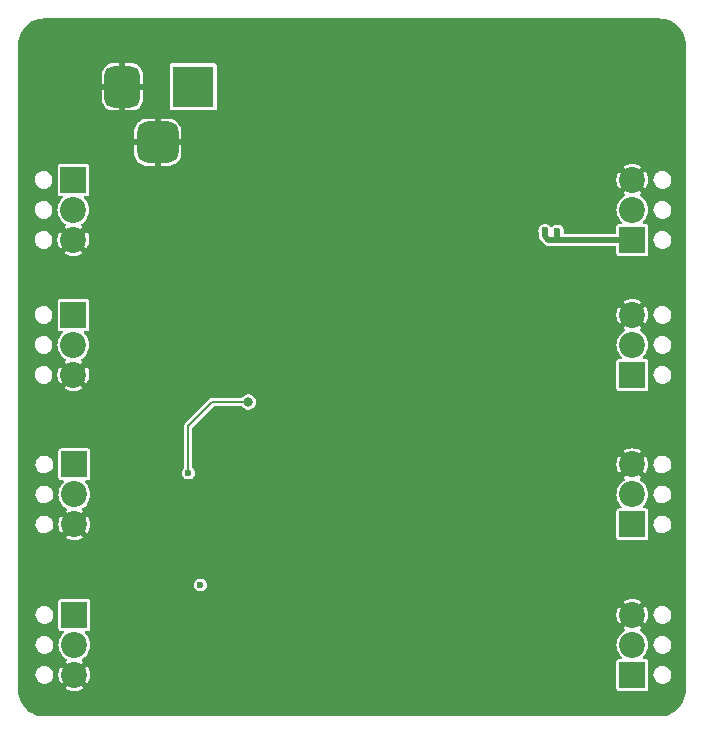
<source format=gbr>
%TF.GenerationSoftware,KiCad,Pcbnew,(7.0.0)*%
%TF.CreationDate,2023-07-11T13:45:38+03:00*%
%TF.ProjectId,Pico_Baseboard,5069636f-5f42-4617-9365-626f6172642e,rev?*%
%TF.SameCoordinates,Original*%
%TF.FileFunction,Copper,L2,Bot*%
%TF.FilePolarity,Positive*%
%FSLAX46Y46*%
G04 Gerber Fmt 4.6, Leading zero omitted, Abs format (unit mm)*
G04 Created by KiCad (PCBNEW (7.0.0)) date 2023-07-11 13:45:38*
%MOMM*%
%LPD*%
G01*
G04 APERTURE LIST*
G04 Aperture macros list*
%AMRoundRect*
0 Rectangle with rounded corners*
0 $1 Rounding radius*
0 $2 $3 $4 $5 $6 $7 $8 $9 X,Y pos of 4 corners*
0 Add a 4 corners polygon primitive as box body*
4,1,4,$2,$3,$4,$5,$6,$7,$8,$9,$2,$3,0*
0 Add four circle primitives for the rounded corners*
1,1,$1+$1,$2,$3*
1,1,$1+$1,$4,$5*
1,1,$1+$1,$6,$7*
1,1,$1+$1,$8,$9*
0 Add four rect primitives between the rounded corners*
20,1,$1+$1,$2,$3,$4,$5,0*
20,1,$1+$1,$4,$5,$6,$7,0*
20,1,$1+$1,$6,$7,$8,$9,0*
20,1,$1+$1,$8,$9,$2,$3,0*%
G04 Aperture macros list end*
%TA.AperFunction,ComponentPad*%
%ADD10R,3.500000X3.500000*%
%TD*%
%TA.AperFunction,ComponentPad*%
%ADD11RoundRect,0.750000X-0.750000X-1.000000X0.750000X-1.000000X0.750000X1.000000X-0.750000X1.000000X0*%
%TD*%
%TA.AperFunction,ComponentPad*%
%ADD12RoundRect,0.875000X-0.875000X-0.875000X0.875000X-0.875000X0.875000X0.875000X-0.875000X0.875000X0*%
%TD*%
%TA.AperFunction,ComponentPad*%
%ADD13R,2.200000X2.200000*%
%TD*%
%TA.AperFunction,ComponentPad*%
%ADD14C,2.200000*%
%TD*%
%TA.AperFunction,ViaPad*%
%ADD15C,0.600000*%
%TD*%
%TA.AperFunction,ViaPad*%
%ADD16C,0.800000*%
%TD*%
%TA.AperFunction,Conductor*%
%ADD17C,0.500000*%
%TD*%
%TA.AperFunction,Conductor*%
%ADD18C,0.200000*%
%TD*%
G04 APERTURE END LIST*
D10*
%TO.P,J101,1*%
%TO.N,Net-(D101-A)*%
X131983999Y-58165999D03*
D11*
%TO.P,J101,2*%
%TO.N,GND*%
X125984000Y-58166000D03*
D12*
%TO.P,J101,3*%
X128984000Y-62866000D03*
%TD*%
D13*
%TO.P,J107,1,Pin_1*%
%TO.N,+3V3*%
X169163999Y-95209999D03*
D14*
%TO.P,J107,2,Pin_2*%
%TO.N,/AUX_IO2*%
X169164000Y-92670000D03*
%TO.P,J107,3,Pin_3*%
%TO.N,GND*%
X169164000Y-90130000D03*
%TD*%
D13*
%TO.P,J105,1,Pin_1*%
%TO.N,VDDA*%
X121919999Y-102869999D03*
D14*
%TO.P,J105,2,Pin_2*%
%TO.N,/WATER_LEVEL4*%
X121920000Y-105410000D03*
%TO.P,J105,3,Pin_3*%
%TO.N,GND*%
X121920000Y-107950000D03*
%TD*%
D13*
%TO.P,J109,1,Pin_1*%
%TO.N,+3V3*%
X169163999Y-71119999D03*
D14*
%TO.P,J109,2,Pin_2*%
%TO.N,/AUX_IO4*%
X169164000Y-68580000D03*
%TO.P,J109,3,Pin_3*%
%TO.N,GND*%
X169164000Y-66040000D03*
%TD*%
D13*
%TO.P,J108,1,Pin_1*%
%TO.N,+3V3*%
X169163999Y-82549999D03*
D14*
%TO.P,J108,2,Pin_2*%
%TO.N,/AUX_IO3*%
X169164000Y-80010000D03*
%TO.P,J108,3,Pin_3*%
%TO.N,GND*%
X169164000Y-77470000D03*
%TD*%
D13*
%TO.P,J104,1,Pin_1*%
%TO.N,VDDA*%
X121919999Y-90129999D03*
D14*
%TO.P,J104,2,Pin_2*%
%TO.N,/WATER_LEVEL3*%
X121920000Y-92670000D03*
%TO.P,J104,3,Pin_3*%
%TO.N,GND*%
X121920000Y-95210000D03*
%TD*%
D13*
%TO.P,J102,1,Pin_1*%
%TO.N,VDDA*%
X121839999Y-66039999D03*
D14*
%TO.P,J102,2,Pin_2*%
%TO.N,/WATER_LEVEL1*%
X121840000Y-68580000D03*
%TO.P,J102,3,Pin_3*%
%TO.N,GND*%
X121840000Y-71120000D03*
%TD*%
D13*
%TO.P,J106,1,Pin_1*%
%TO.N,+3V3*%
X169163999Y-107949999D03*
D14*
%TO.P,J106,2,Pin_2*%
%TO.N,/AUX_IO1*%
X169164000Y-105410000D03*
%TO.P,J106,3,Pin_3*%
%TO.N,GND*%
X169164000Y-102870000D03*
%TD*%
D13*
%TO.P,J103,1,Pin_1*%
%TO.N,VDDA*%
X121839999Y-77469999D03*
D14*
%TO.P,J103,2,Pin_2*%
%TO.N,/WATER_LEVEL2*%
X121840000Y-80010000D03*
%TO.P,J103,3,Pin_3*%
%TO.N,GND*%
X121840000Y-82550000D03*
%TD*%
D15*
%TO.N,GND*%
X168587000Y-58767500D03*
X161798000Y-67818000D03*
X169857000Y-61307500D03*
X129540000Y-86487000D03*
X132080000Y-107795000D03*
X131064000Y-107795000D03*
X169857000Y-62357000D03*
X171254000Y-57370500D03*
X172270000Y-57370500D03*
X126746000Y-91694000D03*
X136652000Y-83566000D03*
X169984000Y-56481500D03*
X169857000Y-63373000D03*
X132842000Y-108622000D03*
X126746000Y-89408000D03*
X162814000Y-67818000D03*
X162306000Y-96012000D03*
%TO.N,+3V3*%
X162814000Y-70358000D03*
X161762000Y-70322000D03*
%TO.N,/MCU_RASPBERRYPI_MODULE_PICO/I2C_SDA*%
X131566941Y-90851483D03*
D16*
X136642000Y-84846000D03*
D15*
%TO.N,/MCU_RASPBERRYPI_MODULE_PICO/RESET*%
X132588000Y-100330000D03*
%TD*%
D17*
%TO.N,+3V3*%
X162052000Y-71120000D02*
X161762000Y-70830000D01*
X169164000Y-71120000D02*
X162052000Y-71120000D01*
X162814000Y-70358000D02*
X162814000Y-71120000D01*
X161762000Y-70830000D02*
X161762000Y-70322000D01*
D18*
%TO.N,/MCU_RASPBERRYPI_MODULE_PICO/I2C_SDA*%
X136642000Y-84846000D02*
X133594000Y-84846000D01*
X133594000Y-84846000D02*
X131566941Y-86873059D01*
X131566941Y-86873059D02*
X131566941Y-90851483D01*
%TD*%
%TA.AperFunction,Conductor*%
%TO.N,GND*%
G36*
X171453736Y-52370726D02*
G01*
X171712457Y-52386375D01*
X171727320Y-52388180D01*
X171978575Y-52434225D01*
X171993097Y-52437804D01*
X172236990Y-52513803D01*
X172250967Y-52519104D01*
X172483915Y-52623946D01*
X172497161Y-52630898D01*
X172715768Y-52763051D01*
X172728079Y-52771549D01*
X172929161Y-52929086D01*
X172940369Y-52939016D01*
X173120983Y-53119630D01*
X173130913Y-53130838D01*
X173288446Y-53331914D01*
X173296952Y-53344237D01*
X173429098Y-53562832D01*
X173436057Y-53576091D01*
X173540893Y-53809028D01*
X173546199Y-53823018D01*
X173622191Y-54066886D01*
X173625774Y-54081424D01*
X173671819Y-54332679D01*
X173673624Y-54347544D01*
X173689274Y-54606264D01*
X173689500Y-54613751D01*
X173689500Y-109216249D01*
X173689274Y-109223736D01*
X173673624Y-109482455D01*
X173671819Y-109497320D01*
X173625774Y-109748575D01*
X173622191Y-109763113D01*
X173546203Y-110006970D01*
X173540893Y-110020971D01*
X173436057Y-110253908D01*
X173429098Y-110267167D01*
X173296952Y-110485762D01*
X173288446Y-110498085D01*
X173130913Y-110699161D01*
X173120983Y-110710369D01*
X172940369Y-110890983D01*
X172929161Y-110900913D01*
X172728085Y-111058446D01*
X172715762Y-111066952D01*
X172497167Y-111199098D01*
X172483908Y-111206057D01*
X172250971Y-111310893D01*
X172236975Y-111316200D01*
X171993113Y-111392191D01*
X171978575Y-111395774D01*
X171727320Y-111441819D01*
X171712455Y-111443624D01*
X171453736Y-111459274D01*
X171446249Y-111459500D01*
X119383751Y-111459500D01*
X119376264Y-111459274D01*
X119117544Y-111443624D01*
X119102679Y-111441819D01*
X118851424Y-111395774D01*
X118836890Y-111392192D01*
X118593018Y-111316199D01*
X118579028Y-111310893D01*
X118346091Y-111206057D01*
X118332832Y-111199098D01*
X118114237Y-111066952D01*
X118101914Y-111058446D01*
X117900838Y-110900913D01*
X117889630Y-110890983D01*
X117709016Y-110710369D01*
X117699086Y-110699161D01*
X117541553Y-110498085D01*
X117533051Y-110485768D01*
X117400898Y-110267161D01*
X117393946Y-110253915D01*
X117289104Y-110020967D01*
X117283803Y-110006990D01*
X117207804Y-109763097D01*
X117204225Y-109748575D01*
X117158180Y-109497320D01*
X117156375Y-109482455D01*
X117140726Y-109223736D01*
X117140500Y-109216249D01*
X117140500Y-109064604D01*
X121162316Y-109064604D01*
X121169747Y-109072713D01*
X121237991Y-109120498D01*
X121247323Y-109125886D01*
X121451602Y-109221143D01*
X121461736Y-109224831D01*
X121679446Y-109283166D01*
X121690077Y-109285041D01*
X121914605Y-109304685D01*
X121925395Y-109304685D01*
X122149922Y-109285041D01*
X122160553Y-109283166D01*
X122378263Y-109224831D01*
X122388397Y-109221143D01*
X122592671Y-109125888D01*
X122602016Y-109120492D01*
X122670248Y-109072715D01*
X122677681Y-109064603D01*
X122671768Y-109055321D01*
X121931542Y-108315095D01*
X121919999Y-108308431D01*
X121908457Y-108315095D01*
X121168230Y-109055321D01*
X121162316Y-109064604D01*
X117140500Y-109064604D01*
X117140500Y-107993935D01*
X118625669Y-107993935D01*
X118656135Y-108166711D01*
X118725623Y-108327804D01*
X118830390Y-108468530D01*
X118964786Y-108581302D01*
X119121567Y-108660040D01*
X119292279Y-108700500D01*
X119420111Y-108700500D01*
X119423709Y-108700500D01*
X119554255Y-108685241D01*
X119719117Y-108625237D01*
X119865696Y-108528830D01*
X119986092Y-108401218D01*
X120073812Y-108249281D01*
X120124130Y-108081210D01*
X120131458Y-107955395D01*
X120565315Y-107955395D01*
X120584958Y-108179922D01*
X120586833Y-108190553D01*
X120645168Y-108408263D01*
X120648856Y-108418397D01*
X120744110Y-108622668D01*
X120749508Y-108632018D01*
X120797284Y-108700249D01*
X120805395Y-108707682D01*
X120814674Y-108701771D01*
X121554904Y-107961542D01*
X121561568Y-107950000D01*
X122278431Y-107950000D01*
X122285095Y-107961542D01*
X123025321Y-108701768D01*
X123034603Y-108707681D01*
X123042715Y-108700248D01*
X123090492Y-108632016D01*
X123095888Y-108622671D01*
X123191143Y-108418397D01*
X123194831Y-108408263D01*
X123253166Y-108190553D01*
X123255041Y-108179922D01*
X123274685Y-107955395D01*
X123274685Y-107944605D01*
X123255041Y-107720077D01*
X123253166Y-107709446D01*
X123194831Y-107491736D01*
X123191143Y-107481602D01*
X123095889Y-107277332D01*
X123090491Y-107267982D01*
X123042714Y-107199749D01*
X123034603Y-107192316D01*
X123025324Y-107198227D01*
X122285095Y-107938457D01*
X122278431Y-107950000D01*
X121561568Y-107950000D01*
X121554904Y-107938457D01*
X120814674Y-107198227D01*
X120805396Y-107192316D01*
X120797283Y-107199750D01*
X120749505Y-107267986D01*
X120744111Y-107277330D01*
X120648856Y-107481602D01*
X120645168Y-107491736D01*
X120586833Y-107709446D01*
X120584958Y-107720077D01*
X120565315Y-107944605D01*
X120565315Y-107955395D01*
X120131458Y-107955395D01*
X120134331Y-107906065D01*
X120103865Y-107733289D01*
X120034377Y-107572196D01*
X119929610Y-107431470D01*
X119857747Y-107371170D01*
X119800745Y-107323339D01*
X119800744Y-107323338D01*
X119795214Y-107318698D01*
X119715641Y-107278735D01*
X119644883Y-107243199D01*
X119644880Y-107243198D01*
X119638433Y-107239960D01*
X119631407Y-107238294D01*
X119631405Y-107238294D01*
X119474749Y-107201165D01*
X119474743Y-107201164D01*
X119467721Y-107199500D01*
X119336291Y-107199500D01*
X119332725Y-107199916D01*
X119332721Y-107199917D01*
X119212915Y-107213920D01*
X119212907Y-107213921D01*
X119205745Y-107214759D01*
X119198967Y-107217225D01*
X119198958Y-107217228D01*
X119047674Y-107272291D01*
X119047671Y-107272292D01*
X119040883Y-107274763D01*
X119034850Y-107278730D01*
X119034842Y-107278735D01*
X118900340Y-107367199D01*
X118900334Y-107367203D01*
X118894304Y-107371170D01*
X118889351Y-107376419D01*
X118889346Y-107376424D01*
X118778865Y-107493527D01*
X118778861Y-107493531D01*
X118773908Y-107498782D01*
X118770299Y-107505032D01*
X118770296Y-107505037D01*
X118689799Y-107644463D01*
X118689796Y-107644468D01*
X118686188Y-107650719D01*
X118684117Y-107657634D01*
X118684117Y-107657636D01*
X118637941Y-107811869D01*
X118637939Y-107811877D01*
X118635870Y-107818790D01*
X118635450Y-107825996D01*
X118635449Y-107826004D01*
X118626088Y-107986725D01*
X118626088Y-107986733D01*
X118625669Y-107993935D01*
X117140500Y-107993935D01*
X117140500Y-105453935D01*
X118625669Y-105453935D01*
X118656135Y-105626711D01*
X118725623Y-105787804D01*
X118729936Y-105793597D01*
X118729937Y-105793599D01*
X118826078Y-105922738D01*
X118830390Y-105928530D01*
X118964786Y-106041302D01*
X119121567Y-106120040D01*
X119292279Y-106160500D01*
X119420111Y-106160500D01*
X119423709Y-106160500D01*
X119554255Y-106145241D01*
X119719117Y-106085237D01*
X119865696Y-105988830D01*
X119986092Y-105861218D01*
X120073812Y-105709281D01*
X120124130Y-105541210D01*
X120131772Y-105410000D01*
X120564341Y-105410000D01*
X120564813Y-105415395D01*
X120583881Y-105633346D01*
X120584937Y-105645408D01*
X120586336Y-105650630D01*
X120586337Y-105650634D01*
X120644694Y-105868430D01*
X120644697Y-105868438D01*
X120646097Y-105873663D01*
X120648385Y-105878570D01*
X120648386Y-105878572D01*
X120743678Y-106082927D01*
X120743681Y-106082933D01*
X120745965Y-106087830D01*
X120749064Y-106092257D01*
X120749066Y-106092259D01*
X120878399Y-106276966D01*
X120878402Y-106276970D01*
X120881505Y-106281401D01*
X121048599Y-106448495D01*
X121053032Y-106451599D01*
X121053038Y-106451604D01*
X121234593Y-106578730D01*
X121273459Y-106623048D01*
X121287470Y-106680305D01*
X121273459Y-106737562D01*
X121234594Y-106781880D01*
X121169750Y-106827284D01*
X121162316Y-106835396D01*
X121168227Y-106844674D01*
X121908457Y-107584904D01*
X121920000Y-107591568D01*
X121931542Y-107584904D01*
X122671771Y-106844674D01*
X122677682Y-106835395D01*
X122670251Y-106827286D01*
X122605405Y-106781880D01*
X122566539Y-106737562D01*
X122552529Y-106680305D01*
X122566540Y-106623048D01*
X122605406Y-106578730D01*
X122786961Y-106451604D01*
X122786961Y-106451603D01*
X122791401Y-106448495D01*
X122958495Y-106281401D01*
X123094035Y-106087830D01*
X123193903Y-105873663D01*
X123255063Y-105645408D01*
X123275659Y-105410000D01*
X167808341Y-105410000D01*
X167808813Y-105415395D01*
X167827881Y-105633346D01*
X167828937Y-105645408D01*
X167830336Y-105650630D01*
X167830337Y-105650634D01*
X167888694Y-105868430D01*
X167888697Y-105868438D01*
X167890097Y-105873663D01*
X167892385Y-105878570D01*
X167892386Y-105878572D01*
X167987678Y-106082927D01*
X167987681Y-106082933D01*
X167989965Y-106087830D01*
X167993064Y-106092257D01*
X167993066Y-106092259D01*
X168122399Y-106276966D01*
X168122402Y-106276970D01*
X168125505Y-106281401D01*
X168129336Y-106285232D01*
X168231923Y-106387819D01*
X168262173Y-106437182D01*
X168266715Y-106494898D01*
X168244560Y-106548385D01*
X168200537Y-106585985D01*
X168144242Y-106599500D01*
X168039326Y-106599500D01*
X168033351Y-106600688D01*
X168033346Y-106600689D01*
X167978240Y-106611650D01*
X167978235Y-106611651D01*
X167966260Y-106614034D01*
X167956105Y-106620819D01*
X167956103Y-106620820D01*
X167893551Y-106662615D01*
X167893548Y-106662617D01*
X167883399Y-106669399D01*
X167876617Y-106679548D01*
X167876615Y-106679551D01*
X167834820Y-106742103D01*
X167834819Y-106742105D01*
X167828034Y-106752260D01*
X167825651Y-106764235D01*
X167825650Y-106764240D01*
X167814689Y-106819346D01*
X167814688Y-106819351D01*
X167813500Y-106825326D01*
X167813500Y-109074674D01*
X167814688Y-109080649D01*
X167814689Y-109080653D01*
X167825650Y-109135759D01*
X167825651Y-109135762D01*
X167828034Y-109147740D01*
X167883399Y-109230601D01*
X167966260Y-109285966D01*
X168039326Y-109300500D01*
X170282579Y-109300500D01*
X170288674Y-109300500D01*
X170361740Y-109285966D01*
X170444601Y-109230601D01*
X170499966Y-109147740D01*
X170514500Y-109074674D01*
X170514500Y-107993935D01*
X170949669Y-107993935D01*
X170980135Y-108166711D01*
X171049623Y-108327804D01*
X171154390Y-108468530D01*
X171288786Y-108581302D01*
X171445567Y-108660040D01*
X171616279Y-108700500D01*
X171744111Y-108700500D01*
X171747709Y-108700500D01*
X171878255Y-108685241D01*
X172043117Y-108625237D01*
X172189696Y-108528830D01*
X172310092Y-108401218D01*
X172397812Y-108249281D01*
X172448130Y-108081210D01*
X172458331Y-107906065D01*
X172427865Y-107733289D01*
X172358377Y-107572196D01*
X172253610Y-107431470D01*
X172181747Y-107371170D01*
X172124745Y-107323339D01*
X172124744Y-107323338D01*
X172119214Y-107318698D01*
X172039641Y-107278735D01*
X171968883Y-107243199D01*
X171968880Y-107243198D01*
X171962433Y-107239960D01*
X171955407Y-107238294D01*
X171955405Y-107238294D01*
X171798749Y-107201165D01*
X171798743Y-107201164D01*
X171791721Y-107199500D01*
X171660291Y-107199500D01*
X171656725Y-107199916D01*
X171656721Y-107199917D01*
X171536915Y-107213920D01*
X171536907Y-107213921D01*
X171529745Y-107214759D01*
X171522967Y-107217225D01*
X171522958Y-107217228D01*
X171371674Y-107272291D01*
X171371671Y-107272292D01*
X171364883Y-107274763D01*
X171358850Y-107278730D01*
X171358842Y-107278735D01*
X171224340Y-107367199D01*
X171224334Y-107367203D01*
X171218304Y-107371170D01*
X171213351Y-107376419D01*
X171213346Y-107376424D01*
X171102865Y-107493527D01*
X171102861Y-107493531D01*
X171097908Y-107498782D01*
X171094299Y-107505032D01*
X171094296Y-107505037D01*
X171013799Y-107644463D01*
X171013796Y-107644468D01*
X171010188Y-107650719D01*
X171008117Y-107657634D01*
X171008117Y-107657636D01*
X170961941Y-107811869D01*
X170961939Y-107811877D01*
X170959870Y-107818790D01*
X170959450Y-107825996D01*
X170959449Y-107826004D01*
X170950088Y-107986725D01*
X170950088Y-107986733D01*
X170949669Y-107993935D01*
X170514500Y-107993935D01*
X170514500Y-106825326D01*
X170499966Y-106752260D01*
X170444601Y-106669399D01*
X170361740Y-106614034D01*
X170349762Y-106611651D01*
X170349759Y-106611650D01*
X170294653Y-106600689D01*
X170294649Y-106600688D01*
X170288674Y-106599500D01*
X170282579Y-106599500D01*
X170183758Y-106599500D01*
X170127463Y-106585985D01*
X170083440Y-106548385D01*
X170061285Y-106494898D01*
X170065827Y-106437182D01*
X170096077Y-106387819D01*
X170096076Y-106387819D01*
X170202495Y-106281401D01*
X170338035Y-106087830D01*
X170437903Y-105873663D01*
X170499063Y-105645408D01*
X170515815Y-105453935D01*
X170949669Y-105453935D01*
X170980135Y-105626711D01*
X171049623Y-105787804D01*
X171053936Y-105793597D01*
X171053937Y-105793599D01*
X171150078Y-105922738D01*
X171154390Y-105928530D01*
X171288786Y-106041302D01*
X171445567Y-106120040D01*
X171616279Y-106160500D01*
X171744111Y-106160500D01*
X171747709Y-106160500D01*
X171878255Y-106145241D01*
X172043117Y-106085237D01*
X172189696Y-105988830D01*
X172310092Y-105861218D01*
X172397812Y-105709281D01*
X172448130Y-105541210D01*
X172458331Y-105366065D01*
X172427865Y-105193289D01*
X172358377Y-105032196D01*
X172253610Y-104891470D01*
X172181747Y-104831170D01*
X172124745Y-104783339D01*
X172124744Y-104783338D01*
X172119214Y-104778698D01*
X172039641Y-104738735D01*
X171968883Y-104703199D01*
X171968880Y-104703198D01*
X171962433Y-104699960D01*
X171955407Y-104698294D01*
X171955405Y-104698294D01*
X171798749Y-104661165D01*
X171798743Y-104661164D01*
X171791721Y-104659500D01*
X171660291Y-104659500D01*
X171656725Y-104659916D01*
X171656721Y-104659917D01*
X171536915Y-104673920D01*
X171536907Y-104673921D01*
X171529745Y-104674759D01*
X171522967Y-104677225D01*
X171522958Y-104677228D01*
X171371674Y-104732291D01*
X171371671Y-104732292D01*
X171364883Y-104734763D01*
X171358850Y-104738730D01*
X171358842Y-104738735D01*
X171224340Y-104827199D01*
X171224334Y-104827203D01*
X171218304Y-104831170D01*
X171213351Y-104836419D01*
X171213346Y-104836424D01*
X171102865Y-104953527D01*
X171102861Y-104953531D01*
X171097908Y-104958782D01*
X171094299Y-104965032D01*
X171094296Y-104965037D01*
X171013799Y-105104463D01*
X171013796Y-105104468D01*
X171010188Y-105110719D01*
X171008117Y-105117634D01*
X171008117Y-105117636D01*
X170961941Y-105271869D01*
X170961939Y-105271877D01*
X170959870Y-105278790D01*
X170959450Y-105285996D01*
X170959449Y-105286004D01*
X170950088Y-105446725D01*
X170950088Y-105446733D01*
X170949669Y-105453935D01*
X170515815Y-105453935D01*
X170519659Y-105410000D01*
X170499063Y-105174592D01*
X170437903Y-104946337D01*
X170338035Y-104732171D01*
X170202495Y-104538599D01*
X170035401Y-104371505D01*
X170030970Y-104368402D01*
X170030966Y-104368399D01*
X169849405Y-104241269D01*
X169810540Y-104196951D01*
X169796529Y-104139694D01*
X169810539Y-104082438D01*
X169849405Y-104038120D01*
X169914248Y-103992715D01*
X169921681Y-103984603D01*
X169915768Y-103975321D01*
X169175542Y-103235095D01*
X169164000Y-103228431D01*
X169152457Y-103235095D01*
X168412230Y-103975321D01*
X168406316Y-103984604D01*
X168413749Y-103992715D01*
X168478594Y-104038120D01*
X168517460Y-104082438D01*
X168531471Y-104139695D01*
X168517460Y-104196952D01*
X168478594Y-104241270D01*
X168297034Y-104368399D01*
X168297029Y-104368402D01*
X168292599Y-104371505D01*
X168288775Y-104375328D01*
X168288769Y-104375334D01*
X168129334Y-104534769D01*
X168129328Y-104534775D01*
X168125505Y-104538599D01*
X168122402Y-104543029D01*
X168122399Y-104543034D01*
X167993073Y-104727731D01*
X167993068Y-104727738D01*
X167989965Y-104732171D01*
X167987677Y-104737077D01*
X167987675Y-104737081D01*
X167892386Y-104941427D01*
X167892383Y-104941432D01*
X167890097Y-104946337D01*
X167888698Y-104951557D01*
X167888694Y-104951569D01*
X167830337Y-105169365D01*
X167830335Y-105169371D01*
X167828937Y-105174592D01*
X167828465Y-105179977D01*
X167828465Y-105179982D01*
X167819189Y-105286004D01*
X167808341Y-105410000D01*
X123275659Y-105410000D01*
X123255063Y-105174592D01*
X123193903Y-104946337D01*
X123094035Y-104732171D01*
X122958495Y-104538599D01*
X122852077Y-104432181D01*
X122821827Y-104382818D01*
X122817285Y-104325102D01*
X122839440Y-104271615D01*
X122883463Y-104234015D01*
X122939758Y-104220500D01*
X123038579Y-104220500D01*
X123044674Y-104220500D01*
X123117740Y-104205966D01*
X123200601Y-104150601D01*
X123255966Y-104067740D01*
X123270500Y-103994674D01*
X123270500Y-102875395D01*
X167809315Y-102875395D01*
X167828958Y-103099922D01*
X167830833Y-103110553D01*
X167889168Y-103328263D01*
X167892856Y-103338397D01*
X167988110Y-103542668D01*
X167993508Y-103552018D01*
X168041284Y-103620249D01*
X168049395Y-103627682D01*
X168058674Y-103621771D01*
X168798904Y-102881542D01*
X168805568Y-102870000D01*
X169522431Y-102870000D01*
X169529095Y-102881542D01*
X170269321Y-103621768D01*
X170278603Y-103627681D01*
X170286715Y-103620248D01*
X170334492Y-103552016D01*
X170339888Y-103542671D01*
X170435143Y-103338397D01*
X170438831Y-103328263D01*
X170497166Y-103110553D01*
X170499041Y-103099922D01*
X170515313Y-102913935D01*
X170949669Y-102913935D01*
X170980135Y-103086711D01*
X171049623Y-103247804D01*
X171154390Y-103388530D01*
X171288786Y-103501302D01*
X171445567Y-103580040D01*
X171616279Y-103620500D01*
X171744111Y-103620500D01*
X171747709Y-103620500D01*
X171878255Y-103605241D01*
X172043117Y-103545237D01*
X172189696Y-103448830D01*
X172310092Y-103321218D01*
X172397812Y-103169281D01*
X172448130Y-103001210D01*
X172458331Y-102826065D01*
X172427865Y-102653289D01*
X172358377Y-102492196D01*
X172253610Y-102351470D01*
X172181747Y-102291170D01*
X172124745Y-102243339D01*
X172124744Y-102243338D01*
X172119214Y-102238698D01*
X172039641Y-102198735D01*
X171968883Y-102163199D01*
X171968880Y-102163198D01*
X171962433Y-102159960D01*
X171955407Y-102158294D01*
X171955405Y-102158294D01*
X171798749Y-102121165D01*
X171798743Y-102121164D01*
X171791721Y-102119500D01*
X171660291Y-102119500D01*
X171656725Y-102119916D01*
X171656721Y-102119917D01*
X171536915Y-102133920D01*
X171536907Y-102133921D01*
X171529745Y-102134759D01*
X171522967Y-102137225D01*
X171522958Y-102137228D01*
X171371674Y-102192291D01*
X171371671Y-102192292D01*
X171364883Y-102194763D01*
X171358850Y-102198730D01*
X171358842Y-102198735D01*
X171224340Y-102287199D01*
X171224334Y-102287203D01*
X171218304Y-102291170D01*
X171213351Y-102296419D01*
X171213346Y-102296424D01*
X171102865Y-102413527D01*
X171102861Y-102413531D01*
X171097908Y-102418782D01*
X171094299Y-102425032D01*
X171094296Y-102425037D01*
X171013799Y-102564463D01*
X171013796Y-102564468D01*
X171010188Y-102570719D01*
X171008117Y-102577634D01*
X171008117Y-102577636D01*
X170961941Y-102731869D01*
X170961939Y-102731877D01*
X170959870Y-102738790D01*
X170959450Y-102745996D01*
X170959449Y-102746004D01*
X170950088Y-102906725D01*
X170950088Y-102906733D01*
X170949669Y-102913935D01*
X170515313Y-102913935D01*
X170518685Y-102875395D01*
X170518685Y-102864605D01*
X170499041Y-102640077D01*
X170497166Y-102629446D01*
X170438831Y-102411736D01*
X170435143Y-102401602D01*
X170339889Y-102197332D01*
X170334491Y-102187982D01*
X170286714Y-102119749D01*
X170278603Y-102112316D01*
X170269324Y-102118227D01*
X169529095Y-102858457D01*
X169522431Y-102870000D01*
X168805568Y-102870000D01*
X168798904Y-102858457D01*
X168058674Y-102118227D01*
X168049396Y-102112316D01*
X168041283Y-102119750D01*
X167993505Y-102187986D01*
X167988111Y-102197330D01*
X167892856Y-102401602D01*
X167889168Y-102411736D01*
X167830833Y-102629446D01*
X167828958Y-102640077D01*
X167809315Y-102864605D01*
X167809315Y-102875395D01*
X123270500Y-102875395D01*
X123270500Y-101755396D01*
X168406316Y-101755396D01*
X168412227Y-101764674D01*
X169152457Y-102504904D01*
X169164000Y-102511568D01*
X169175542Y-102504904D01*
X169915771Y-101764674D01*
X169921682Y-101755395D01*
X169914249Y-101747284D01*
X169846018Y-101699508D01*
X169836668Y-101694110D01*
X169632397Y-101598856D01*
X169622263Y-101595168D01*
X169404553Y-101536833D01*
X169393922Y-101534958D01*
X169169395Y-101515315D01*
X169158605Y-101515315D01*
X168934077Y-101534958D01*
X168923446Y-101536833D01*
X168705736Y-101595168D01*
X168695602Y-101598856D01*
X168491330Y-101694111D01*
X168481986Y-101699505D01*
X168413750Y-101747283D01*
X168406316Y-101755396D01*
X123270500Y-101755396D01*
X123270500Y-101745326D01*
X123255966Y-101672260D01*
X123200601Y-101589399D01*
X123117740Y-101534034D01*
X123105762Y-101531651D01*
X123105759Y-101531650D01*
X123050653Y-101520689D01*
X123050649Y-101520688D01*
X123044674Y-101519500D01*
X120795326Y-101519500D01*
X120789351Y-101520688D01*
X120789346Y-101520689D01*
X120734240Y-101531650D01*
X120734235Y-101531651D01*
X120722260Y-101534034D01*
X120712105Y-101540819D01*
X120712103Y-101540820D01*
X120649551Y-101582615D01*
X120649548Y-101582617D01*
X120639399Y-101589399D01*
X120632617Y-101599548D01*
X120632615Y-101599551D01*
X120590820Y-101662103D01*
X120590819Y-101662105D01*
X120584034Y-101672260D01*
X120581651Y-101684235D01*
X120581650Y-101684240D01*
X120570689Y-101739346D01*
X120570688Y-101739351D01*
X120569500Y-101745326D01*
X120569500Y-103994674D01*
X120570688Y-104000649D01*
X120570689Y-104000653D01*
X120581650Y-104055759D01*
X120581651Y-104055762D01*
X120584034Y-104067740D01*
X120639399Y-104150601D01*
X120722260Y-104205966D01*
X120795326Y-104220500D01*
X120900242Y-104220500D01*
X120956537Y-104234015D01*
X121000560Y-104271615D01*
X121022715Y-104325102D01*
X121018173Y-104382818D01*
X120987923Y-104432181D01*
X120885334Y-104534769D01*
X120885328Y-104534775D01*
X120881505Y-104538599D01*
X120878402Y-104543029D01*
X120878399Y-104543034D01*
X120749073Y-104727731D01*
X120749068Y-104727738D01*
X120745965Y-104732171D01*
X120743677Y-104737077D01*
X120743675Y-104737081D01*
X120648386Y-104941427D01*
X120648383Y-104941432D01*
X120646097Y-104946337D01*
X120644698Y-104951557D01*
X120644694Y-104951569D01*
X120586337Y-105169365D01*
X120586335Y-105169371D01*
X120584937Y-105174592D01*
X120584465Y-105179977D01*
X120584465Y-105179982D01*
X120575189Y-105286004D01*
X120564341Y-105410000D01*
X120131772Y-105410000D01*
X120134331Y-105366065D01*
X120103865Y-105193289D01*
X120034377Y-105032196D01*
X119929610Y-104891470D01*
X119857747Y-104831170D01*
X119800745Y-104783339D01*
X119800744Y-104783338D01*
X119795214Y-104778698D01*
X119715641Y-104738735D01*
X119644883Y-104703199D01*
X119644880Y-104703198D01*
X119638433Y-104699960D01*
X119631407Y-104698294D01*
X119631405Y-104698294D01*
X119474749Y-104661165D01*
X119474743Y-104661164D01*
X119467721Y-104659500D01*
X119336291Y-104659500D01*
X119332725Y-104659916D01*
X119332721Y-104659917D01*
X119212915Y-104673920D01*
X119212907Y-104673921D01*
X119205745Y-104674759D01*
X119198967Y-104677225D01*
X119198958Y-104677228D01*
X119047674Y-104732291D01*
X119047671Y-104732292D01*
X119040883Y-104734763D01*
X119034850Y-104738730D01*
X119034842Y-104738735D01*
X118900340Y-104827199D01*
X118900334Y-104827203D01*
X118894304Y-104831170D01*
X118889351Y-104836419D01*
X118889346Y-104836424D01*
X118778865Y-104953527D01*
X118778861Y-104953531D01*
X118773908Y-104958782D01*
X118770299Y-104965032D01*
X118770296Y-104965037D01*
X118689799Y-105104463D01*
X118689796Y-105104468D01*
X118686188Y-105110719D01*
X118684117Y-105117634D01*
X118684117Y-105117636D01*
X118637941Y-105271869D01*
X118637939Y-105271877D01*
X118635870Y-105278790D01*
X118635450Y-105285996D01*
X118635449Y-105286004D01*
X118626088Y-105446725D01*
X118626088Y-105446733D01*
X118625669Y-105453935D01*
X117140500Y-105453935D01*
X117140500Y-102913935D01*
X118625669Y-102913935D01*
X118656135Y-103086711D01*
X118725623Y-103247804D01*
X118830390Y-103388530D01*
X118964786Y-103501302D01*
X119121567Y-103580040D01*
X119292279Y-103620500D01*
X119420111Y-103620500D01*
X119423709Y-103620500D01*
X119554255Y-103605241D01*
X119719117Y-103545237D01*
X119865696Y-103448830D01*
X119986092Y-103321218D01*
X120073812Y-103169281D01*
X120124130Y-103001210D01*
X120134331Y-102826065D01*
X120103865Y-102653289D01*
X120034377Y-102492196D01*
X119929610Y-102351470D01*
X119857747Y-102291170D01*
X119800745Y-102243339D01*
X119800744Y-102243338D01*
X119795214Y-102238698D01*
X119715641Y-102198735D01*
X119644883Y-102163199D01*
X119644880Y-102163198D01*
X119638433Y-102159960D01*
X119631407Y-102158294D01*
X119631405Y-102158294D01*
X119474749Y-102121165D01*
X119474743Y-102121164D01*
X119467721Y-102119500D01*
X119336291Y-102119500D01*
X119332725Y-102119916D01*
X119332721Y-102119917D01*
X119212915Y-102133920D01*
X119212907Y-102133921D01*
X119205745Y-102134759D01*
X119198967Y-102137225D01*
X119198958Y-102137228D01*
X119047674Y-102192291D01*
X119047671Y-102192292D01*
X119040883Y-102194763D01*
X119034850Y-102198730D01*
X119034842Y-102198735D01*
X118900340Y-102287199D01*
X118900334Y-102287203D01*
X118894304Y-102291170D01*
X118889351Y-102296419D01*
X118889346Y-102296424D01*
X118778865Y-102413527D01*
X118778861Y-102413531D01*
X118773908Y-102418782D01*
X118770299Y-102425032D01*
X118770296Y-102425037D01*
X118689799Y-102564463D01*
X118689796Y-102564468D01*
X118686188Y-102570719D01*
X118684117Y-102577634D01*
X118684117Y-102577636D01*
X118637941Y-102731869D01*
X118637939Y-102731877D01*
X118635870Y-102738790D01*
X118635450Y-102745996D01*
X118635449Y-102746004D01*
X118626088Y-102906725D01*
X118626088Y-102906733D01*
X118625669Y-102913935D01*
X117140500Y-102913935D01*
X117140500Y-100330000D01*
X132032750Y-100330000D01*
X132051670Y-100473709D01*
X132107139Y-100607625D01*
X132195379Y-100722621D01*
X132310375Y-100810861D01*
X132444291Y-100866330D01*
X132588000Y-100885250D01*
X132731709Y-100866330D01*
X132865625Y-100810861D01*
X132980621Y-100722621D01*
X133068861Y-100607625D01*
X133124330Y-100473709D01*
X133143250Y-100330000D01*
X133124330Y-100186291D01*
X133068861Y-100052375D01*
X132980621Y-99937379D01*
X132865625Y-99849139D01*
X132829592Y-99834214D01*
X132739223Y-99796782D01*
X132739220Y-99796781D01*
X132731709Y-99793670D01*
X132723649Y-99792608D01*
X132723646Y-99792608D01*
X132596059Y-99775811D01*
X132588000Y-99774750D01*
X132579941Y-99775811D01*
X132452353Y-99792608D01*
X132452348Y-99792609D01*
X132444291Y-99793670D01*
X132436781Y-99796780D01*
X132436776Y-99796782D01*
X132317885Y-99846028D01*
X132317883Y-99846029D01*
X132310375Y-99849139D01*
X132303933Y-99854082D01*
X132303928Y-99854085D01*
X132201821Y-99932435D01*
X132201817Y-99932438D01*
X132195379Y-99937379D01*
X132190438Y-99943817D01*
X132190435Y-99943821D01*
X132112085Y-100045928D01*
X132112082Y-100045933D01*
X132107139Y-100052375D01*
X132104029Y-100059883D01*
X132104028Y-100059885D01*
X132054782Y-100178776D01*
X132054780Y-100178781D01*
X132051670Y-100186291D01*
X132050609Y-100194348D01*
X132050608Y-100194353D01*
X132033811Y-100321941D01*
X132032750Y-100330000D01*
X117140500Y-100330000D01*
X117140500Y-96324604D01*
X121162316Y-96324604D01*
X121169747Y-96332713D01*
X121237991Y-96380498D01*
X121247323Y-96385886D01*
X121451602Y-96481143D01*
X121461736Y-96484831D01*
X121679446Y-96543166D01*
X121690077Y-96545041D01*
X121914605Y-96564685D01*
X121925395Y-96564685D01*
X122149922Y-96545041D01*
X122160553Y-96543166D01*
X122378263Y-96484831D01*
X122388397Y-96481143D01*
X122592671Y-96385888D01*
X122602016Y-96380492D01*
X122670248Y-96332715D01*
X122677681Y-96324603D01*
X122671768Y-96315321D01*
X121931542Y-95575095D01*
X121920000Y-95568431D01*
X121908457Y-95575095D01*
X121168230Y-96315321D01*
X121162316Y-96324604D01*
X117140500Y-96324604D01*
X117140500Y-95253935D01*
X118625669Y-95253935D01*
X118656135Y-95426711D01*
X118725623Y-95587804D01*
X118830390Y-95728530D01*
X118964786Y-95841302D01*
X119121567Y-95920040D01*
X119292279Y-95960500D01*
X119420111Y-95960500D01*
X119423709Y-95960500D01*
X119554255Y-95945241D01*
X119719117Y-95885237D01*
X119865696Y-95788830D01*
X119986092Y-95661218D01*
X120073812Y-95509281D01*
X120124130Y-95341210D01*
X120131458Y-95215395D01*
X120565315Y-95215395D01*
X120584958Y-95439922D01*
X120586833Y-95450553D01*
X120645168Y-95668263D01*
X120648856Y-95678397D01*
X120744110Y-95882668D01*
X120749508Y-95892018D01*
X120797284Y-95960249D01*
X120805395Y-95967682D01*
X120814674Y-95961771D01*
X121554904Y-95221542D01*
X121561568Y-95210000D01*
X122278431Y-95210000D01*
X122285095Y-95221542D01*
X123025321Y-95961768D01*
X123034603Y-95967681D01*
X123042715Y-95960248D01*
X123090492Y-95892016D01*
X123095888Y-95882671D01*
X123191143Y-95678397D01*
X123194831Y-95668263D01*
X123253166Y-95450553D01*
X123255041Y-95439922D01*
X123274685Y-95215395D01*
X123274685Y-95204605D01*
X123255041Y-94980077D01*
X123253166Y-94969446D01*
X123194831Y-94751736D01*
X123191143Y-94741602D01*
X123095889Y-94537332D01*
X123090491Y-94527982D01*
X123042714Y-94459749D01*
X123034603Y-94452316D01*
X123025324Y-94458227D01*
X122285095Y-95198457D01*
X122278431Y-95210000D01*
X121561568Y-95210000D01*
X121554904Y-95198457D01*
X120814674Y-94458227D01*
X120805396Y-94452316D01*
X120797283Y-94459750D01*
X120749505Y-94527986D01*
X120744111Y-94537330D01*
X120648856Y-94741602D01*
X120645168Y-94751736D01*
X120586833Y-94969446D01*
X120584958Y-94980077D01*
X120565315Y-95204605D01*
X120565315Y-95215395D01*
X120131458Y-95215395D01*
X120134331Y-95166065D01*
X120103865Y-94993289D01*
X120034377Y-94832196D01*
X119929610Y-94691470D01*
X119857747Y-94631170D01*
X119800745Y-94583339D01*
X119800744Y-94583338D01*
X119795214Y-94578698D01*
X119715641Y-94538735D01*
X119644883Y-94503199D01*
X119644880Y-94503198D01*
X119638433Y-94499960D01*
X119631407Y-94498294D01*
X119631405Y-94498294D01*
X119474749Y-94461165D01*
X119474743Y-94461164D01*
X119467721Y-94459500D01*
X119336291Y-94459500D01*
X119332725Y-94459916D01*
X119332721Y-94459917D01*
X119212915Y-94473920D01*
X119212907Y-94473921D01*
X119205745Y-94474759D01*
X119198967Y-94477225D01*
X119198958Y-94477228D01*
X119047674Y-94532291D01*
X119047671Y-94532292D01*
X119040883Y-94534763D01*
X119034850Y-94538730D01*
X119034842Y-94538735D01*
X118900340Y-94627199D01*
X118900334Y-94627203D01*
X118894304Y-94631170D01*
X118889351Y-94636419D01*
X118889346Y-94636424D01*
X118778865Y-94753527D01*
X118778861Y-94753531D01*
X118773908Y-94758782D01*
X118770299Y-94765032D01*
X118770296Y-94765037D01*
X118689799Y-94904463D01*
X118689796Y-94904468D01*
X118686188Y-94910719D01*
X118684117Y-94917634D01*
X118684117Y-94917636D01*
X118637941Y-95071869D01*
X118637939Y-95071877D01*
X118635870Y-95078790D01*
X118635450Y-95085996D01*
X118635449Y-95086004D01*
X118626088Y-95246725D01*
X118626088Y-95246733D01*
X118625669Y-95253935D01*
X117140500Y-95253935D01*
X117140500Y-92713935D01*
X118625669Y-92713935D01*
X118656135Y-92886711D01*
X118725623Y-93047804D01*
X118729936Y-93053597D01*
X118729937Y-93053599D01*
X118826078Y-93182738D01*
X118830390Y-93188530D01*
X118964786Y-93301302D01*
X119121567Y-93380040D01*
X119292279Y-93420500D01*
X119420111Y-93420500D01*
X119423709Y-93420500D01*
X119554255Y-93405241D01*
X119719117Y-93345237D01*
X119865696Y-93248830D01*
X119986092Y-93121218D01*
X120073812Y-92969281D01*
X120124130Y-92801210D01*
X120131772Y-92670000D01*
X120564341Y-92670000D01*
X120564813Y-92675395D01*
X120583881Y-92893346D01*
X120584937Y-92905408D01*
X120586336Y-92910630D01*
X120586337Y-92910634D01*
X120644694Y-93128430D01*
X120644697Y-93128438D01*
X120646097Y-93133663D01*
X120648385Y-93138570D01*
X120648386Y-93138572D01*
X120743678Y-93342927D01*
X120743681Y-93342933D01*
X120745965Y-93347830D01*
X120749064Y-93352257D01*
X120749066Y-93352259D01*
X120878399Y-93536966D01*
X120878402Y-93536970D01*
X120881505Y-93541401D01*
X121048599Y-93708495D01*
X121053032Y-93711599D01*
X121053038Y-93711604D01*
X121234593Y-93838730D01*
X121273459Y-93883048D01*
X121287470Y-93940305D01*
X121273459Y-93997562D01*
X121234594Y-94041880D01*
X121169750Y-94087284D01*
X121162316Y-94095396D01*
X121168227Y-94104674D01*
X121908457Y-94844904D01*
X121920000Y-94851568D01*
X121931542Y-94844904D01*
X122671771Y-94104674D01*
X122677682Y-94095395D01*
X122670251Y-94087286D01*
X122605405Y-94041880D01*
X122566539Y-93997562D01*
X122552529Y-93940305D01*
X122566540Y-93883048D01*
X122605406Y-93838730D01*
X122786961Y-93711604D01*
X122786961Y-93711603D01*
X122791401Y-93708495D01*
X122958495Y-93541401D01*
X123094035Y-93347830D01*
X123193903Y-93133663D01*
X123255063Y-92905408D01*
X123275659Y-92670000D01*
X167808341Y-92670000D01*
X167808813Y-92675395D01*
X167827881Y-92893346D01*
X167828937Y-92905408D01*
X167830336Y-92910630D01*
X167830337Y-92910634D01*
X167888694Y-93128430D01*
X167888697Y-93128438D01*
X167890097Y-93133663D01*
X167892385Y-93138570D01*
X167892386Y-93138572D01*
X167987678Y-93342927D01*
X167987681Y-93342933D01*
X167989965Y-93347830D01*
X167993064Y-93352257D01*
X167993066Y-93352259D01*
X168122399Y-93536966D01*
X168122402Y-93536970D01*
X168125505Y-93541401D01*
X168129336Y-93545231D01*
X168129336Y-93545232D01*
X168231923Y-93647819D01*
X168262173Y-93697182D01*
X168266715Y-93754898D01*
X168244560Y-93808385D01*
X168200537Y-93845985D01*
X168144242Y-93859500D01*
X168039326Y-93859500D01*
X168033351Y-93860688D01*
X168033346Y-93860689D01*
X167978240Y-93871650D01*
X167978235Y-93871651D01*
X167966260Y-93874034D01*
X167956105Y-93880819D01*
X167956103Y-93880820D01*
X167893551Y-93922615D01*
X167893548Y-93922617D01*
X167883399Y-93929399D01*
X167876617Y-93939548D01*
X167876615Y-93939551D01*
X167834820Y-94002103D01*
X167834819Y-94002105D01*
X167828034Y-94012260D01*
X167825651Y-94024235D01*
X167825650Y-94024240D01*
X167814689Y-94079346D01*
X167814688Y-94079351D01*
X167813500Y-94085326D01*
X167813500Y-96334674D01*
X167814688Y-96340649D01*
X167814689Y-96340653D01*
X167825650Y-96395759D01*
X167825651Y-96395762D01*
X167828034Y-96407740D01*
X167883399Y-96490601D01*
X167966260Y-96545966D01*
X168039326Y-96560500D01*
X170282579Y-96560500D01*
X170288674Y-96560500D01*
X170361740Y-96545966D01*
X170444601Y-96490601D01*
X170499966Y-96407740D01*
X170514500Y-96334674D01*
X170514500Y-95253935D01*
X170949669Y-95253935D01*
X170980135Y-95426711D01*
X171049623Y-95587804D01*
X171154390Y-95728530D01*
X171288786Y-95841302D01*
X171445567Y-95920040D01*
X171616279Y-95960500D01*
X171744111Y-95960500D01*
X171747709Y-95960500D01*
X171878255Y-95945241D01*
X172043117Y-95885237D01*
X172189696Y-95788830D01*
X172310092Y-95661218D01*
X172397812Y-95509281D01*
X172448130Y-95341210D01*
X172458331Y-95166065D01*
X172427865Y-94993289D01*
X172358377Y-94832196D01*
X172253610Y-94691470D01*
X172181747Y-94631170D01*
X172124745Y-94583339D01*
X172124744Y-94583338D01*
X172119214Y-94578698D01*
X172039641Y-94538735D01*
X171968883Y-94503199D01*
X171968880Y-94503198D01*
X171962433Y-94499960D01*
X171955407Y-94498294D01*
X171955405Y-94498294D01*
X171798749Y-94461165D01*
X171798743Y-94461164D01*
X171791721Y-94459500D01*
X171660291Y-94459500D01*
X171656725Y-94459916D01*
X171656721Y-94459917D01*
X171536915Y-94473920D01*
X171536907Y-94473921D01*
X171529745Y-94474759D01*
X171522967Y-94477225D01*
X171522958Y-94477228D01*
X171371674Y-94532291D01*
X171371671Y-94532292D01*
X171364883Y-94534763D01*
X171358850Y-94538730D01*
X171358842Y-94538735D01*
X171224340Y-94627199D01*
X171224334Y-94627203D01*
X171218304Y-94631170D01*
X171213351Y-94636419D01*
X171213346Y-94636424D01*
X171102865Y-94753527D01*
X171102861Y-94753531D01*
X171097908Y-94758782D01*
X171094299Y-94765032D01*
X171094296Y-94765037D01*
X171013799Y-94904463D01*
X171013796Y-94904468D01*
X171010188Y-94910719D01*
X171008117Y-94917634D01*
X171008117Y-94917636D01*
X170961941Y-95071869D01*
X170961939Y-95071877D01*
X170959870Y-95078790D01*
X170959450Y-95085996D01*
X170959449Y-95086004D01*
X170950088Y-95246725D01*
X170950088Y-95246733D01*
X170949669Y-95253935D01*
X170514500Y-95253935D01*
X170514500Y-94085326D01*
X170499966Y-94012260D01*
X170444601Y-93929399D01*
X170361740Y-93874034D01*
X170349762Y-93871651D01*
X170349759Y-93871650D01*
X170294653Y-93860689D01*
X170294649Y-93860688D01*
X170288674Y-93859500D01*
X170282579Y-93859500D01*
X170183758Y-93859500D01*
X170127463Y-93845985D01*
X170083440Y-93808385D01*
X170061285Y-93754898D01*
X170065827Y-93697182D01*
X170096077Y-93647819D01*
X170096077Y-93647818D01*
X170202495Y-93541401D01*
X170338035Y-93347830D01*
X170437903Y-93133663D01*
X170499063Y-92905408D01*
X170515815Y-92713935D01*
X170949669Y-92713935D01*
X170980135Y-92886711D01*
X171049623Y-93047804D01*
X171053936Y-93053597D01*
X171053937Y-93053599D01*
X171150078Y-93182738D01*
X171154390Y-93188530D01*
X171288786Y-93301302D01*
X171445567Y-93380040D01*
X171616279Y-93420500D01*
X171744111Y-93420500D01*
X171747709Y-93420500D01*
X171878255Y-93405241D01*
X172043117Y-93345237D01*
X172189696Y-93248830D01*
X172310092Y-93121218D01*
X172397812Y-92969281D01*
X172448130Y-92801210D01*
X172458331Y-92626065D01*
X172427865Y-92453289D01*
X172358377Y-92292196D01*
X172253610Y-92151470D01*
X172181747Y-92091170D01*
X172124745Y-92043339D01*
X172124744Y-92043338D01*
X172119214Y-92038698D01*
X172039641Y-91998735D01*
X171968883Y-91963199D01*
X171968880Y-91963198D01*
X171962433Y-91959960D01*
X171955407Y-91958294D01*
X171955405Y-91958294D01*
X171798749Y-91921165D01*
X171798743Y-91921164D01*
X171791721Y-91919500D01*
X171660291Y-91919500D01*
X171656725Y-91919916D01*
X171656721Y-91919917D01*
X171536915Y-91933920D01*
X171536907Y-91933921D01*
X171529745Y-91934759D01*
X171522967Y-91937225D01*
X171522958Y-91937228D01*
X171371674Y-91992291D01*
X171371671Y-91992292D01*
X171364883Y-91994763D01*
X171358850Y-91998730D01*
X171358842Y-91998735D01*
X171224340Y-92087199D01*
X171224334Y-92087203D01*
X171218304Y-92091170D01*
X171213351Y-92096419D01*
X171213346Y-92096424D01*
X171102865Y-92213527D01*
X171102861Y-92213531D01*
X171097908Y-92218782D01*
X171094299Y-92225032D01*
X171094296Y-92225037D01*
X171013799Y-92364463D01*
X171013796Y-92364468D01*
X171010188Y-92370719D01*
X171008117Y-92377634D01*
X171008117Y-92377636D01*
X170961941Y-92531869D01*
X170961939Y-92531877D01*
X170959870Y-92538790D01*
X170959450Y-92545996D01*
X170959449Y-92546004D01*
X170950088Y-92706725D01*
X170950088Y-92706733D01*
X170949669Y-92713935D01*
X170515815Y-92713935D01*
X170519659Y-92670000D01*
X170499063Y-92434592D01*
X170437903Y-92206337D01*
X170338035Y-91992171D01*
X170202495Y-91798599D01*
X170035401Y-91631505D01*
X170030970Y-91628402D01*
X170030966Y-91628399D01*
X169849405Y-91501269D01*
X169810540Y-91456951D01*
X169796529Y-91399694D01*
X169810539Y-91342438D01*
X169849405Y-91298120D01*
X169914248Y-91252715D01*
X169921681Y-91244603D01*
X169915768Y-91235321D01*
X169175542Y-90495095D01*
X169163999Y-90488431D01*
X169152457Y-90495095D01*
X168412230Y-91235321D01*
X168406316Y-91244604D01*
X168413749Y-91252715D01*
X168478594Y-91298120D01*
X168517460Y-91342438D01*
X168531471Y-91399695D01*
X168517460Y-91456952D01*
X168478594Y-91501270D01*
X168297034Y-91628399D01*
X168297029Y-91628402D01*
X168292599Y-91631505D01*
X168288775Y-91635328D01*
X168288769Y-91635334D01*
X168129334Y-91794769D01*
X168129328Y-91794775D01*
X168125505Y-91798599D01*
X168122402Y-91803029D01*
X168122399Y-91803034D01*
X167993073Y-91987731D01*
X167993068Y-91987738D01*
X167989965Y-91992171D01*
X167987677Y-91997077D01*
X167987675Y-91997081D01*
X167892386Y-92201427D01*
X167892383Y-92201432D01*
X167890097Y-92206337D01*
X167888698Y-92211557D01*
X167888694Y-92211569D01*
X167830337Y-92429365D01*
X167830335Y-92429371D01*
X167828937Y-92434592D01*
X167828465Y-92439977D01*
X167828465Y-92439982D01*
X167819189Y-92546004D01*
X167808341Y-92670000D01*
X123275659Y-92670000D01*
X123255063Y-92434592D01*
X123193903Y-92206337D01*
X123094035Y-91992171D01*
X122958495Y-91798599D01*
X122852077Y-91692181D01*
X122821827Y-91642818D01*
X122817285Y-91585102D01*
X122839440Y-91531615D01*
X122883463Y-91494015D01*
X122939758Y-91480500D01*
X123038579Y-91480500D01*
X123044674Y-91480500D01*
X123117740Y-91465966D01*
X123200601Y-91410601D01*
X123255966Y-91327740D01*
X123270500Y-91254674D01*
X123270500Y-90851483D01*
X131011691Y-90851483D01*
X131012752Y-90859542D01*
X131015678Y-90881771D01*
X131030611Y-90995192D01*
X131086080Y-91129108D01*
X131091025Y-91135552D01*
X131091026Y-91135554D01*
X131169376Y-91237661D01*
X131174320Y-91244104D01*
X131289316Y-91332344D01*
X131423232Y-91387813D01*
X131566941Y-91406733D01*
X131710650Y-91387813D01*
X131844566Y-91332344D01*
X131959562Y-91244104D01*
X132047802Y-91129108D01*
X132103271Y-90995192D01*
X132122191Y-90851483D01*
X132103271Y-90707774D01*
X132047802Y-90573858D01*
X132037911Y-90560968D01*
X131964510Y-90465310D01*
X131964508Y-90465308D01*
X131959562Y-90458862D01*
X131953554Y-90454251D01*
X131926881Y-90414333D01*
X131917441Y-90366879D01*
X131917441Y-90135395D01*
X167809315Y-90135395D01*
X167828958Y-90359922D01*
X167830833Y-90370553D01*
X167889168Y-90588263D01*
X167892856Y-90598397D01*
X167988110Y-90802668D01*
X167993508Y-90812018D01*
X168041284Y-90880249D01*
X168049395Y-90887682D01*
X168058674Y-90881771D01*
X168798904Y-90141542D01*
X168805567Y-90130000D01*
X169522431Y-90130000D01*
X169529095Y-90141542D01*
X170269321Y-90881768D01*
X170278603Y-90887681D01*
X170286715Y-90880248D01*
X170334492Y-90812016D01*
X170339888Y-90802671D01*
X170435143Y-90598397D01*
X170438831Y-90588263D01*
X170497166Y-90370553D01*
X170499041Y-90359922D01*
X170515313Y-90173935D01*
X170949669Y-90173935D01*
X170980135Y-90346711D01*
X171049623Y-90507804D01*
X171053936Y-90513597D01*
X171053937Y-90513599D01*
X171108189Y-90586472D01*
X171154390Y-90648530D01*
X171288786Y-90761302D01*
X171445567Y-90840040D01*
X171616279Y-90880500D01*
X171744111Y-90880500D01*
X171747709Y-90880500D01*
X171878255Y-90865241D01*
X172043117Y-90805237D01*
X172189696Y-90708830D01*
X172310092Y-90581218D01*
X172397812Y-90429281D01*
X172448130Y-90261210D01*
X172458331Y-90086065D01*
X172427865Y-89913289D01*
X172358377Y-89752196D01*
X172253610Y-89611470D01*
X172181747Y-89551170D01*
X172124745Y-89503339D01*
X172124744Y-89503338D01*
X172119214Y-89498698D01*
X172039641Y-89458735D01*
X171968883Y-89423199D01*
X171968880Y-89423198D01*
X171962433Y-89419960D01*
X171955407Y-89418294D01*
X171955405Y-89418294D01*
X171798749Y-89381165D01*
X171798743Y-89381164D01*
X171791721Y-89379500D01*
X171660291Y-89379500D01*
X171656725Y-89379916D01*
X171656721Y-89379917D01*
X171536915Y-89393920D01*
X171536907Y-89393921D01*
X171529745Y-89394759D01*
X171522967Y-89397225D01*
X171522958Y-89397228D01*
X171371674Y-89452291D01*
X171371671Y-89452292D01*
X171364883Y-89454763D01*
X171358850Y-89458730D01*
X171358842Y-89458735D01*
X171224340Y-89547199D01*
X171224334Y-89547203D01*
X171218304Y-89551170D01*
X171213351Y-89556419D01*
X171213346Y-89556424D01*
X171102865Y-89673527D01*
X171102861Y-89673531D01*
X171097908Y-89678782D01*
X171094299Y-89685032D01*
X171094296Y-89685037D01*
X171013799Y-89824463D01*
X171013796Y-89824468D01*
X171010188Y-89830719D01*
X171008117Y-89837634D01*
X171008117Y-89837636D01*
X170961941Y-89991869D01*
X170961939Y-89991877D01*
X170959870Y-89998790D01*
X170959450Y-90005996D01*
X170959449Y-90006004D01*
X170950088Y-90166725D01*
X170950088Y-90166733D01*
X170949669Y-90173935D01*
X170515313Y-90173935D01*
X170518685Y-90135395D01*
X170518685Y-90124605D01*
X170499041Y-89900077D01*
X170497166Y-89889446D01*
X170438831Y-89671736D01*
X170435143Y-89661602D01*
X170339889Y-89457332D01*
X170334491Y-89447982D01*
X170286714Y-89379749D01*
X170278603Y-89372316D01*
X170269324Y-89378227D01*
X169529095Y-90118457D01*
X169522431Y-90130000D01*
X168805567Y-90130000D01*
X168805568Y-90129999D01*
X168798904Y-90118457D01*
X168058674Y-89378227D01*
X168049396Y-89372316D01*
X168041283Y-89379750D01*
X167993505Y-89447986D01*
X167988111Y-89457330D01*
X167892856Y-89661602D01*
X167889168Y-89671736D01*
X167830833Y-89889446D01*
X167828958Y-89900077D01*
X167809315Y-90124605D01*
X167809315Y-90135395D01*
X131917441Y-90135395D01*
X131917441Y-89015396D01*
X168406316Y-89015396D01*
X168412227Y-89024674D01*
X169152457Y-89764904D01*
X169164000Y-89771568D01*
X169175542Y-89764904D01*
X169915771Y-89024674D01*
X169921682Y-89015395D01*
X169914249Y-89007284D01*
X169846018Y-88959508D01*
X169836668Y-88954110D01*
X169632397Y-88858856D01*
X169622263Y-88855168D01*
X169404553Y-88796833D01*
X169393922Y-88794958D01*
X169169395Y-88775315D01*
X169158605Y-88775315D01*
X168934077Y-88794958D01*
X168923446Y-88796833D01*
X168705736Y-88855168D01*
X168695602Y-88858856D01*
X168491330Y-88954111D01*
X168481986Y-88959505D01*
X168413750Y-89007283D01*
X168406316Y-89015396D01*
X131917441Y-89015396D01*
X131917441Y-87069603D01*
X131926880Y-87022150D01*
X131953760Y-86981922D01*
X133702863Y-85232819D01*
X133743091Y-85205939D01*
X133790544Y-85196500D01*
X136028436Y-85196500D01*
X136086062Y-85210704D01*
X136130484Y-85250058D01*
X136151517Y-85280530D01*
X136269760Y-85385283D01*
X136409635Y-85458696D01*
X136563015Y-85496500D01*
X136713485Y-85496500D01*
X136720985Y-85496500D01*
X136874365Y-85458696D01*
X137014240Y-85385283D01*
X137132483Y-85280530D01*
X137222220Y-85150523D01*
X137278237Y-85002818D01*
X137297278Y-84846000D01*
X137278237Y-84689182D01*
X137222220Y-84541477D01*
X137132483Y-84411470D01*
X137014240Y-84306717D01*
X137007595Y-84303229D01*
X137007593Y-84303228D01*
X136881006Y-84236789D01*
X136881002Y-84236787D01*
X136874365Y-84233304D01*
X136867087Y-84231510D01*
X136867084Y-84231509D01*
X136728267Y-84197294D01*
X136728260Y-84197293D01*
X136720985Y-84195500D01*
X136563015Y-84195500D01*
X136555740Y-84197292D01*
X136555732Y-84197294D01*
X136416915Y-84231509D01*
X136416909Y-84231510D01*
X136409635Y-84233304D01*
X136403000Y-84236786D01*
X136402993Y-84236789D01*
X136276406Y-84303228D01*
X136276400Y-84303231D01*
X136269760Y-84306717D01*
X136264148Y-84311687D01*
X136264143Y-84311692D01*
X136157129Y-84406497D01*
X136157123Y-84406502D01*
X136151517Y-84411470D01*
X136130484Y-84441941D01*
X136086062Y-84481296D01*
X136028436Y-84495500D01*
X133643207Y-84495500D01*
X133620405Y-84493135D01*
X133618738Y-84493066D01*
X133608685Y-84490958D01*
X133598494Y-84492228D01*
X133598489Y-84492228D01*
X133579063Y-84494650D01*
X133573968Y-84495178D01*
X133570082Y-84495500D01*
X133564960Y-84495500D01*
X133559904Y-84496343D01*
X133559898Y-84496344D01*
X133545983Y-84498665D01*
X133540925Y-84499402D01*
X133502801Y-84504155D01*
X133502794Y-84504157D01*
X133492607Y-84505427D01*
X133485939Y-84508686D01*
X133478619Y-84509908D01*
X133469587Y-84514795D01*
X133469583Y-84514797D01*
X133435813Y-84533072D01*
X133431260Y-84535416D01*
X133396744Y-84552290D01*
X133396740Y-84552292D01*
X133387516Y-84556802D01*
X133382267Y-84562050D01*
X133375742Y-84565582D01*
X133368785Y-84573138D01*
X133368785Y-84573139D01*
X133342780Y-84601387D01*
X133339234Y-84605082D01*
X131353897Y-86590419D01*
X131336091Y-86604880D01*
X131334868Y-86606004D01*
X131326272Y-86611622D01*
X131319964Y-86619726D01*
X131319961Y-86619729D01*
X131307944Y-86635168D01*
X131304726Y-86639131D01*
X131302181Y-86642135D01*
X131298566Y-86645752D01*
X131295591Y-86649917D01*
X131295588Y-86649922D01*
X131287381Y-86661417D01*
X131284319Y-86665523D01*
X131260731Y-86695828D01*
X131260728Y-86695833D01*
X131254424Y-86703933D01*
X131252014Y-86710951D01*
X131247701Y-86716993D01*
X131244772Y-86726828D01*
X131244771Y-86726832D01*
X131233812Y-86763641D01*
X131232250Y-86768516D01*
X131219777Y-86804849D01*
X131219775Y-86804857D01*
X131216441Y-86814571D01*
X131216441Y-86821994D01*
X131214324Y-86829105D01*
X131214748Y-86839368D01*
X131214748Y-86839373D01*
X131216335Y-86877727D01*
X131216441Y-86882851D01*
X131216441Y-90366879D01*
X131207001Y-90414333D01*
X131180327Y-90454251D01*
X131174320Y-90458862D01*
X131169376Y-90465304D01*
X131169371Y-90465310D01*
X131091026Y-90567411D01*
X131091023Y-90567416D01*
X131086080Y-90573858D01*
X131082970Y-90581366D01*
X131082969Y-90581368D01*
X131033723Y-90700259D01*
X131033721Y-90700264D01*
X131030611Y-90707774D01*
X131029550Y-90715831D01*
X131029549Y-90715836D01*
X131017454Y-90807708D01*
X131011691Y-90851483D01*
X123270500Y-90851483D01*
X123270500Y-89005326D01*
X123255966Y-88932260D01*
X123200601Y-88849399D01*
X123117740Y-88794034D01*
X123105762Y-88791651D01*
X123105759Y-88791650D01*
X123050653Y-88780689D01*
X123050649Y-88780688D01*
X123044674Y-88779500D01*
X120795326Y-88779500D01*
X120789351Y-88780688D01*
X120789346Y-88780689D01*
X120734240Y-88791650D01*
X120734235Y-88791651D01*
X120722260Y-88794034D01*
X120712105Y-88800819D01*
X120712103Y-88800820D01*
X120649551Y-88842615D01*
X120649548Y-88842617D01*
X120639399Y-88849399D01*
X120632617Y-88859548D01*
X120632615Y-88859551D01*
X120590820Y-88922103D01*
X120590819Y-88922105D01*
X120584034Y-88932260D01*
X120581651Y-88944235D01*
X120581650Y-88944240D01*
X120570689Y-88999346D01*
X120570688Y-88999351D01*
X120569500Y-89005326D01*
X120569500Y-91254674D01*
X120570688Y-91260649D01*
X120570689Y-91260653D01*
X120581650Y-91315759D01*
X120581651Y-91315762D01*
X120584034Y-91327740D01*
X120639399Y-91410601D01*
X120722260Y-91465966D01*
X120795326Y-91480500D01*
X120900242Y-91480500D01*
X120956537Y-91494015D01*
X121000560Y-91531615D01*
X121022715Y-91585102D01*
X121018173Y-91642818D01*
X120987923Y-91692181D01*
X120885334Y-91794769D01*
X120885328Y-91794775D01*
X120881505Y-91798599D01*
X120878402Y-91803029D01*
X120878399Y-91803034D01*
X120749073Y-91987731D01*
X120749068Y-91987738D01*
X120745965Y-91992171D01*
X120743677Y-91997077D01*
X120743675Y-91997081D01*
X120648386Y-92201427D01*
X120648383Y-92201432D01*
X120646097Y-92206337D01*
X120644698Y-92211557D01*
X120644694Y-92211569D01*
X120586337Y-92429365D01*
X120586335Y-92429371D01*
X120584937Y-92434592D01*
X120584465Y-92439977D01*
X120584465Y-92439982D01*
X120575189Y-92546004D01*
X120564341Y-92670000D01*
X120131772Y-92670000D01*
X120134331Y-92626065D01*
X120103865Y-92453289D01*
X120034377Y-92292196D01*
X119929610Y-92151470D01*
X119857747Y-92091170D01*
X119800745Y-92043339D01*
X119800744Y-92043338D01*
X119795214Y-92038698D01*
X119715641Y-91998735D01*
X119644883Y-91963199D01*
X119644880Y-91963198D01*
X119638433Y-91959960D01*
X119631407Y-91958294D01*
X119631405Y-91958294D01*
X119474749Y-91921165D01*
X119474743Y-91921164D01*
X119467721Y-91919500D01*
X119336291Y-91919500D01*
X119332725Y-91919916D01*
X119332721Y-91919917D01*
X119212915Y-91933920D01*
X119212907Y-91933921D01*
X119205745Y-91934759D01*
X119198967Y-91937225D01*
X119198958Y-91937228D01*
X119047674Y-91992291D01*
X119047671Y-91992292D01*
X119040883Y-91994763D01*
X119034850Y-91998730D01*
X119034842Y-91998735D01*
X118900340Y-92087199D01*
X118900334Y-92087203D01*
X118894304Y-92091170D01*
X118889351Y-92096419D01*
X118889346Y-92096424D01*
X118778865Y-92213527D01*
X118778861Y-92213531D01*
X118773908Y-92218782D01*
X118770299Y-92225032D01*
X118770296Y-92225037D01*
X118689799Y-92364463D01*
X118689796Y-92364468D01*
X118686188Y-92370719D01*
X118684117Y-92377634D01*
X118684117Y-92377636D01*
X118637941Y-92531869D01*
X118637939Y-92531877D01*
X118635870Y-92538790D01*
X118635450Y-92545996D01*
X118635449Y-92546004D01*
X118626088Y-92706725D01*
X118626088Y-92706733D01*
X118625669Y-92713935D01*
X117140500Y-92713935D01*
X117140500Y-90173935D01*
X118625669Y-90173935D01*
X118656135Y-90346711D01*
X118725623Y-90507804D01*
X118729936Y-90513597D01*
X118729937Y-90513599D01*
X118784189Y-90586472D01*
X118830390Y-90648530D01*
X118964786Y-90761302D01*
X119121567Y-90840040D01*
X119292279Y-90880500D01*
X119420111Y-90880500D01*
X119423709Y-90880500D01*
X119554255Y-90865241D01*
X119719117Y-90805237D01*
X119865696Y-90708830D01*
X119986092Y-90581218D01*
X120073812Y-90429281D01*
X120124130Y-90261210D01*
X120134331Y-90086065D01*
X120103865Y-89913289D01*
X120034377Y-89752196D01*
X119929610Y-89611470D01*
X119857747Y-89551170D01*
X119800745Y-89503339D01*
X119800744Y-89503338D01*
X119795214Y-89498698D01*
X119715641Y-89458735D01*
X119644883Y-89423199D01*
X119644880Y-89423198D01*
X119638433Y-89419960D01*
X119631407Y-89418294D01*
X119631405Y-89418294D01*
X119474749Y-89381165D01*
X119474743Y-89381164D01*
X119467721Y-89379500D01*
X119336291Y-89379500D01*
X119332725Y-89379916D01*
X119332721Y-89379917D01*
X119212915Y-89393920D01*
X119212907Y-89393921D01*
X119205745Y-89394759D01*
X119198967Y-89397225D01*
X119198958Y-89397228D01*
X119047674Y-89452291D01*
X119047671Y-89452292D01*
X119040883Y-89454763D01*
X119034850Y-89458730D01*
X119034842Y-89458735D01*
X118900340Y-89547199D01*
X118900334Y-89547203D01*
X118894304Y-89551170D01*
X118889351Y-89556419D01*
X118889346Y-89556424D01*
X118778865Y-89673527D01*
X118778861Y-89673531D01*
X118773908Y-89678782D01*
X118770299Y-89685032D01*
X118770296Y-89685037D01*
X118689799Y-89824463D01*
X118689796Y-89824468D01*
X118686188Y-89830719D01*
X118684117Y-89837634D01*
X118684117Y-89837636D01*
X118637941Y-89991869D01*
X118637939Y-89991877D01*
X118635870Y-89998790D01*
X118635450Y-90005996D01*
X118635449Y-90006004D01*
X118626088Y-90166725D01*
X118626088Y-90166733D01*
X118625669Y-90173935D01*
X117140500Y-90173935D01*
X117140500Y-83664604D01*
X121082316Y-83664604D01*
X121089747Y-83672713D01*
X121157991Y-83720498D01*
X121167323Y-83725886D01*
X121371602Y-83821143D01*
X121381736Y-83824831D01*
X121599446Y-83883166D01*
X121610077Y-83885041D01*
X121834605Y-83904685D01*
X121845395Y-83904685D01*
X122069922Y-83885041D01*
X122080553Y-83883166D01*
X122298263Y-83824831D01*
X122308397Y-83821143D01*
X122512671Y-83725888D01*
X122522016Y-83720492D01*
X122590248Y-83672715D01*
X122597681Y-83664603D01*
X122591768Y-83655321D01*
X121851542Y-82915095D01*
X121840000Y-82908431D01*
X121828457Y-82915095D01*
X121088230Y-83655321D01*
X121082316Y-83664604D01*
X117140500Y-83664604D01*
X117140500Y-82593935D01*
X118545669Y-82593935D01*
X118576135Y-82766711D01*
X118645623Y-82927804D01*
X118750390Y-83068530D01*
X118884786Y-83181302D01*
X119041567Y-83260040D01*
X119212279Y-83300500D01*
X119340111Y-83300500D01*
X119343709Y-83300500D01*
X119474255Y-83285241D01*
X119639117Y-83225237D01*
X119785696Y-83128830D01*
X119906092Y-83001218D01*
X119993812Y-82849281D01*
X120044130Y-82681210D01*
X120051458Y-82555395D01*
X120485315Y-82555395D01*
X120504958Y-82779922D01*
X120506833Y-82790553D01*
X120565168Y-83008263D01*
X120568856Y-83018397D01*
X120664110Y-83222668D01*
X120669508Y-83232018D01*
X120717284Y-83300249D01*
X120725395Y-83307682D01*
X120734674Y-83301771D01*
X121474904Y-82561542D01*
X121481568Y-82550000D01*
X122198431Y-82550000D01*
X122205095Y-82561542D01*
X122945321Y-83301768D01*
X122954603Y-83307681D01*
X122962715Y-83300248D01*
X123010492Y-83232016D01*
X123015888Y-83222671D01*
X123111143Y-83018397D01*
X123114831Y-83008263D01*
X123173166Y-82790553D01*
X123175041Y-82779922D01*
X123194685Y-82555395D01*
X123194685Y-82544605D01*
X123175041Y-82320077D01*
X123173166Y-82309446D01*
X123114831Y-82091736D01*
X123111143Y-82081602D01*
X123015889Y-81877332D01*
X123010491Y-81867982D01*
X122962714Y-81799749D01*
X122954603Y-81792316D01*
X122945324Y-81798227D01*
X122205095Y-82538457D01*
X122198431Y-82550000D01*
X121481568Y-82550000D01*
X121474904Y-82538457D01*
X120734674Y-81798227D01*
X120725396Y-81792316D01*
X120717283Y-81799750D01*
X120669505Y-81867986D01*
X120664111Y-81877330D01*
X120568856Y-82081602D01*
X120565168Y-82091736D01*
X120506833Y-82309446D01*
X120504958Y-82320077D01*
X120485315Y-82544605D01*
X120485315Y-82555395D01*
X120051458Y-82555395D01*
X120054331Y-82506065D01*
X120023865Y-82333289D01*
X119954377Y-82172196D01*
X119849610Y-82031470D01*
X119777747Y-81971170D01*
X119720745Y-81923339D01*
X119720744Y-81923338D01*
X119715214Y-81918698D01*
X119635641Y-81878735D01*
X119564883Y-81843199D01*
X119564880Y-81843198D01*
X119558433Y-81839960D01*
X119551407Y-81838294D01*
X119551405Y-81838294D01*
X119394749Y-81801165D01*
X119394743Y-81801164D01*
X119387721Y-81799500D01*
X119256291Y-81799500D01*
X119252725Y-81799916D01*
X119252721Y-81799917D01*
X119132915Y-81813920D01*
X119132907Y-81813921D01*
X119125745Y-81814759D01*
X119118967Y-81817225D01*
X119118958Y-81817228D01*
X118967674Y-81872291D01*
X118967671Y-81872292D01*
X118960883Y-81874763D01*
X118954850Y-81878730D01*
X118954842Y-81878735D01*
X118820340Y-81967199D01*
X118820334Y-81967203D01*
X118814304Y-81971170D01*
X118809351Y-81976419D01*
X118809346Y-81976424D01*
X118698865Y-82093527D01*
X118698861Y-82093531D01*
X118693908Y-82098782D01*
X118690299Y-82105032D01*
X118690296Y-82105037D01*
X118609799Y-82244463D01*
X118609796Y-82244468D01*
X118606188Y-82250719D01*
X118604117Y-82257634D01*
X118604117Y-82257636D01*
X118557941Y-82411869D01*
X118557939Y-82411877D01*
X118555870Y-82418790D01*
X118555450Y-82425996D01*
X118555449Y-82426004D01*
X118546088Y-82586725D01*
X118546088Y-82586733D01*
X118545669Y-82593935D01*
X117140500Y-82593935D01*
X117140500Y-80053935D01*
X118545669Y-80053935D01*
X118576135Y-80226711D01*
X118645623Y-80387804D01*
X118649936Y-80393597D01*
X118649937Y-80393599D01*
X118746078Y-80522738D01*
X118750390Y-80528530D01*
X118884786Y-80641302D01*
X119041567Y-80720040D01*
X119212279Y-80760500D01*
X119340111Y-80760500D01*
X119343709Y-80760500D01*
X119474255Y-80745241D01*
X119639117Y-80685237D01*
X119785696Y-80588830D01*
X119906092Y-80461218D01*
X119993812Y-80309281D01*
X120044130Y-80141210D01*
X120051772Y-80010000D01*
X120484341Y-80010000D01*
X120484813Y-80015395D01*
X120503881Y-80233346D01*
X120504937Y-80245408D01*
X120506336Y-80250630D01*
X120506337Y-80250634D01*
X120564694Y-80468430D01*
X120564697Y-80468438D01*
X120566097Y-80473663D01*
X120568385Y-80478570D01*
X120568386Y-80478572D01*
X120663678Y-80682927D01*
X120663681Y-80682933D01*
X120665965Y-80687830D01*
X120669064Y-80692257D01*
X120669066Y-80692259D01*
X120798399Y-80876966D01*
X120798402Y-80876970D01*
X120801505Y-80881401D01*
X120968599Y-81048495D01*
X120973032Y-81051599D01*
X120973038Y-81051604D01*
X121154593Y-81178730D01*
X121193459Y-81223048D01*
X121207470Y-81280305D01*
X121193459Y-81337562D01*
X121154594Y-81381880D01*
X121089750Y-81427284D01*
X121082316Y-81435396D01*
X121088227Y-81444674D01*
X121828457Y-82184904D01*
X121840000Y-82191568D01*
X121851542Y-82184904D01*
X122591771Y-81444674D01*
X122597682Y-81435395D01*
X122590251Y-81427286D01*
X122525405Y-81381880D01*
X122486539Y-81337562D01*
X122472529Y-81280305D01*
X122486540Y-81223048D01*
X122525406Y-81178730D01*
X122706961Y-81051604D01*
X122706961Y-81051603D01*
X122711401Y-81048495D01*
X122878495Y-80881401D01*
X123014035Y-80687830D01*
X123113903Y-80473663D01*
X123175063Y-80245408D01*
X123195659Y-80010000D01*
X167808341Y-80010000D01*
X167808813Y-80015395D01*
X167827881Y-80233346D01*
X167828937Y-80245408D01*
X167830336Y-80250630D01*
X167830337Y-80250634D01*
X167888694Y-80468430D01*
X167888697Y-80468438D01*
X167890097Y-80473663D01*
X167892385Y-80478570D01*
X167892386Y-80478572D01*
X167987678Y-80682927D01*
X167987681Y-80682933D01*
X167989965Y-80687830D01*
X167993064Y-80692257D01*
X167993066Y-80692259D01*
X168122399Y-80876966D01*
X168122402Y-80876970D01*
X168125505Y-80881401D01*
X168129335Y-80885231D01*
X168129336Y-80885232D01*
X168231923Y-80987819D01*
X168262173Y-81037182D01*
X168266715Y-81094898D01*
X168244560Y-81148385D01*
X168200537Y-81185985D01*
X168144242Y-81199500D01*
X168039326Y-81199500D01*
X168033351Y-81200688D01*
X168033346Y-81200689D01*
X167978240Y-81211650D01*
X167978235Y-81211651D01*
X167966260Y-81214034D01*
X167956105Y-81220819D01*
X167956103Y-81220820D01*
X167893551Y-81262615D01*
X167893548Y-81262617D01*
X167883399Y-81269399D01*
X167876617Y-81279548D01*
X167876615Y-81279551D01*
X167834820Y-81342103D01*
X167834819Y-81342105D01*
X167828034Y-81352260D01*
X167825651Y-81364235D01*
X167825650Y-81364240D01*
X167814689Y-81419346D01*
X167814688Y-81419351D01*
X167813500Y-81425326D01*
X167813500Y-83674674D01*
X167814688Y-83680649D01*
X167814689Y-83680653D01*
X167825650Y-83735759D01*
X167825651Y-83735762D01*
X167828034Y-83747740D01*
X167883399Y-83830601D01*
X167966260Y-83885966D01*
X168039326Y-83900500D01*
X170282579Y-83900500D01*
X170288674Y-83900500D01*
X170361740Y-83885966D01*
X170444601Y-83830601D01*
X170499966Y-83747740D01*
X170514500Y-83674674D01*
X170514500Y-82593935D01*
X170949669Y-82593935D01*
X170980135Y-82766711D01*
X171049623Y-82927804D01*
X171154390Y-83068530D01*
X171288786Y-83181302D01*
X171445567Y-83260040D01*
X171616279Y-83300500D01*
X171744111Y-83300500D01*
X171747709Y-83300500D01*
X171878255Y-83285241D01*
X172043117Y-83225237D01*
X172189696Y-83128830D01*
X172310092Y-83001218D01*
X172397812Y-82849281D01*
X172448130Y-82681210D01*
X172458331Y-82506065D01*
X172427865Y-82333289D01*
X172358377Y-82172196D01*
X172253610Y-82031470D01*
X172181747Y-81971170D01*
X172124745Y-81923339D01*
X172124744Y-81923338D01*
X172119214Y-81918698D01*
X172039641Y-81878735D01*
X171968883Y-81843199D01*
X171968880Y-81843198D01*
X171962433Y-81839960D01*
X171955407Y-81838294D01*
X171955405Y-81838294D01*
X171798749Y-81801165D01*
X171798743Y-81801164D01*
X171791721Y-81799500D01*
X171660291Y-81799500D01*
X171656725Y-81799916D01*
X171656721Y-81799917D01*
X171536915Y-81813920D01*
X171536907Y-81813921D01*
X171529745Y-81814759D01*
X171522967Y-81817225D01*
X171522958Y-81817228D01*
X171371674Y-81872291D01*
X171371671Y-81872292D01*
X171364883Y-81874763D01*
X171358850Y-81878730D01*
X171358842Y-81878735D01*
X171224340Y-81967199D01*
X171224334Y-81967203D01*
X171218304Y-81971170D01*
X171213351Y-81976419D01*
X171213346Y-81976424D01*
X171102865Y-82093527D01*
X171102861Y-82093531D01*
X171097908Y-82098782D01*
X171094299Y-82105032D01*
X171094296Y-82105037D01*
X171013799Y-82244463D01*
X171013796Y-82244468D01*
X171010188Y-82250719D01*
X171008117Y-82257634D01*
X171008117Y-82257636D01*
X170961941Y-82411869D01*
X170961939Y-82411877D01*
X170959870Y-82418790D01*
X170959450Y-82425996D01*
X170959449Y-82426004D01*
X170950088Y-82586725D01*
X170950088Y-82586733D01*
X170949669Y-82593935D01*
X170514500Y-82593935D01*
X170514500Y-81425326D01*
X170499966Y-81352260D01*
X170444601Y-81269399D01*
X170361740Y-81214034D01*
X170349762Y-81211651D01*
X170349759Y-81211650D01*
X170294653Y-81200689D01*
X170294649Y-81200688D01*
X170288674Y-81199500D01*
X170282579Y-81199500D01*
X170183758Y-81199500D01*
X170127463Y-81185985D01*
X170083440Y-81148385D01*
X170061285Y-81094898D01*
X170065827Y-81037182D01*
X170096077Y-80987819D01*
X170096076Y-80987819D01*
X170202495Y-80881401D01*
X170338035Y-80687830D01*
X170437903Y-80473663D01*
X170499063Y-80245408D01*
X170515815Y-80053935D01*
X170949669Y-80053935D01*
X170980135Y-80226711D01*
X171049623Y-80387804D01*
X171053936Y-80393597D01*
X171053937Y-80393599D01*
X171150078Y-80522738D01*
X171154390Y-80528530D01*
X171288786Y-80641302D01*
X171445567Y-80720040D01*
X171616279Y-80760500D01*
X171744111Y-80760500D01*
X171747709Y-80760500D01*
X171878255Y-80745241D01*
X172043117Y-80685237D01*
X172189696Y-80588830D01*
X172310092Y-80461218D01*
X172397812Y-80309281D01*
X172448130Y-80141210D01*
X172458331Y-79966065D01*
X172427865Y-79793289D01*
X172358377Y-79632196D01*
X172253610Y-79491470D01*
X172181747Y-79431170D01*
X172124745Y-79383339D01*
X172124744Y-79383338D01*
X172119214Y-79378698D01*
X172039641Y-79338735D01*
X171968883Y-79303199D01*
X171968880Y-79303198D01*
X171962433Y-79299960D01*
X171955407Y-79298294D01*
X171955405Y-79298294D01*
X171798749Y-79261165D01*
X171798743Y-79261164D01*
X171791721Y-79259500D01*
X171660291Y-79259500D01*
X171656725Y-79259916D01*
X171656721Y-79259917D01*
X171536915Y-79273920D01*
X171536907Y-79273921D01*
X171529745Y-79274759D01*
X171522967Y-79277225D01*
X171522958Y-79277228D01*
X171371674Y-79332291D01*
X171371671Y-79332292D01*
X171364883Y-79334763D01*
X171358850Y-79338730D01*
X171358842Y-79338735D01*
X171224340Y-79427199D01*
X171224334Y-79427203D01*
X171218304Y-79431170D01*
X171213351Y-79436419D01*
X171213346Y-79436424D01*
X171102865Y-79553527D01*
X171102861Y-79553531D01*
X171097908Y-79558782D01*
X171094299Y-79565032D01*
X171094296Y-79565037D01*
X171013799Y-79704463D01*
X171013796Y-79704468D01*
X171010188Y-79710719D01*
X171008117Y-79717634D01*
X171008117Y-79717636D01*
X170961941Y-79871869D01*
X170961939Y-79871877D01*
X170959870Y-79878790D01*
X170959450Y-79885996D01*
X170959449Y-79886004D01*
X170950088Y-80046725D01*
X170950088Y-80046733D01*
X170949669Y-80053935D01*
X170515815Y-80053935D01*
X170519659Y-80010000D01*
X170499063Y-79774592D01*
X170437903Y-79546337D01*
X170338035Y-79332171D01*
X170202495Y-79138599D01*
X170035401Y-78971505D01*
X170030970Y-78968402D01*
X170030966Y-78968399D01*
X169849405Y-78841269D01*
X169810540Y-78796951D01*
X169796529Y-78739694D01*
X169810539Y-78682438D01*
X169849405Y-78638120D01*
X169914248Y-78592715D01*
X169921681Y-78584603D01*
X169915768Y-78575321D01*
X169175542Y-77835095D01*
X169164000Y-77828431D01*
X169152457Y-77835095D01*
X168412230Y-78575321D01*
X168406316Y-78584604D01*
X168413749Y-78592715D01*
X168478594Y-78638120D01*
X168517460Y-78682438D01*
X168531471Y-78739695D01*
X168517460Y-78796952D01*
X168478594Y-78841270D01*
X168297034Y-78968399D01*
X168297029Y-78968402D01*
X168292599Y-78971505D01*
X168288775Y-78975328D01*
X168288769Y-78975334D01*
X168129334Y-79134769D01*
X168129328Y-79134775D01*
X168125505Y-79138599D01*
X168122402Y-79143029D01*
X168122399Y-79143034D01*
X167993073Y-79327731D01*
X167993068Y-79327738D01*
X167989965Y-79332171D01*
X167987677Y-79337077D01*
X167987675Y-79337081D01*
X167892386Y-79541427D01*
X167892383Y-79541432D01*
X167890097Y-79546337D01*
X167888698Y-79551557D01*
X167888694Y-79551569D01*
X167830337Y-79769365D01*
X167830335Y-79769371D01*
X167828937Y-79774592D01*
X167828465Y-79779977D01*
X167828465Y-79779982D01*
X167819189Y-79886004D01*
X167808341Y-80010000D01*
X123195659Y-80010000D01*
X123175063Y-79774592D01*
X123113903Y-79546337D01*
X123014035Y-79332171D01*
X122878495Y-79138599D01*
X122772076Y-79032180D01*
X122741827Y-78982818D01*
X122737285Y-78925102D01*
X122759440Y-78871615D01*
X122803463Y-78834015D01*
X122859758Y-78820500D01*
X122958579Y-78820500D01*
X122964674Y-78820500D01*
X123037740Y-78805966D01*
X123120601Y-78750601D01*
X123175966Y-78667740D01*
X123190500Y-78594674D01*
X123190500Y-77475395D01*
X167809315Y-77475395D01*
X167828958Y-77699922D01*
X167830833Y-77710553D01*
X167889168Y-77928263D01*
X167892856Y-77938397D01*
X167988110Y-78142668D01*
X167993508Y-78152018D01*
X168041284Y-78220249D01*
X168049395Y-78227682D01*
X168058674Y-78221771D01*
X168798904Y-77481542D01*
X168805568Y-77470000D01*
X169522431Y-77470000D01*
X169529095Y-77481542D01*
X170269321Y-78221768D01*
X170278603Y-78227681D01*
X170286715Y-78220248D01*
X170334492Y-78152016D01*
X170339888Y-78142671D01*
X170435143Y-77938397D01*
X170438831Y-77928263D01*
X170497166Y-77710553D01*
X170499041Y-77699922D01*
X170515313Y-77513935D01*
X170949669Y-77513935D01*
X170980135Y-77686711D01*
X171049623Y-77847804D01*
X171154390Y-77988530D01*
X171288786Y-78101302D01*
X171445567Y-78180040D01*
X171616279Y-78220500D01*
X171744111Y-78220500D01*
X171747709Y-78220500D01*
X171878255Y-78205241D01*
X172043117Y-78145237D01*
X172189696Y-78048830D01*
X172310092Y-77921218D01*
X172397812Y-77769281D01*
X172448130Y-77601210D01*
X172458331Y-77426065D01*
X172427865Y-77253289D01*
X172358377Y-77092196D01*
X172253610Y-76951470D01*
X172181747Y-76891170D01*
X172124745Y-76843339D01*
X172124744Y-76843338D01*
X172119214Y-76838698D01*
X172039641Y-76798735D01*
X171968883Y-76763199D01*
X171968880Y-76763198D01*
X171962433Y-76759960D01*
X171955407Y-76758294D01*
X171955405Y-76758294D01*
X171798749Y-76721165D01*
X171798743Y-76721164D01*
X171791721Y-76719500D01*
X171660291Y-76719500D01*
X171656725Y-76719916D01*
X171656721Y-76719917D01*
X171536915Y-76733920D01*
X171536907Y-76733921D01*
X171529745Y-76734759D01*
X171522967Y-76737225D01*
X171522958Y-76737228D01*
X171371674Y-76792291D01*
X171371671Y-76792292D01*
X171364883Y-76794763D01*
X171358850Y-76798730D01*
X171358842Y-76798735D01*
X171224340Y-76887199D01*
X171224334Y-76887203D01*
X171218304Y-76891170D01*
X171213351Y-76896419D01*
X171213346Y-76896424D01*
X171102865Y-77013527D01*
X171102861Y-77013531D01*
X171097908Y-77018782D01*
X171094299Y-77025032D01*
X171094296Y-77025037D01*
X171013799Y-77164463D01*
X171013796Y-77164468D01*
X171010188Y-77170719D01*
X171008117Y-77177634D01*
X171008117Y-77177636D01*
X170961941Y-77331869D01*
X170961939Y-77331877D01*
X170959870Y-77338790D01*
X170959450Y-77345996D01*
X170959449Y-77346004D01*
X170950088Y-77506725D01*
X170950088Y-77506733D01*
X170949669Y-77513935D01*
X170515313Y-77513935D01*
X170518685Y-77475395D01*
X170518685Y-77464605D01*
X170499041Y-77240077D01*
X170497166Y-77229446D01*
X170438831Y-77011736D01*
X170435143Y-77001602D01*
X170339889Y-76797332D01*
X170334491Y-76787982D01*
X170286714Y-76719749D01*
X170278603Y-76712316D01*
X170269324Y-76718227D01*
X169529095Y-77458457D01*
X169522431Y-77470000D01*
X168805568Y-77470000D01*
X168798904Y-77458457D01*
X168058674Y-76718227D01*
X168049396Y-76712316D01*
X168041283Y-76719750D01*
X167993505Y-76787986D01*
X167988111Y-76797330D01*
X167892856Y-77001602D01*
X167889168Y-77011736D01*
X167830833Y-77229446D01*
X167828958Y-77240077D01*
X167809315Y-77464605D01*
X167809315Y-77475395D01*
X123190500Y-77475395D01*
X123190500Y-76355396D01*
X168406316Y-76355396D01*
X168412227Y-76364674D01*
X169152457Y-77104904D01*
X169164000Y-77111568D01*
X169175542Y-77104904D01*
X169915771Y-76364674D01*
X169921682Y-76355395D01*
X169914249Y-76347284D01*
X169846018Y-76299508D01*
X169836668Y-76294110D01*
X169632397Y-76198856D01*
X169622263Y-76195168D01*
X169404553Y-76136833D01*
X169393922Y-76134958D01*
X169169395Y-76115315D01*
X169158605Y-76115315D01*
X168934077Y-76134958D01*
X168923446Y-76136833D01*
X168705736Y-76195168D01*
X168695602Y-76198856D01*
X168491330Y-76294111D01*
X168481986Y-76299505D01*
X168413750Y-76347283D01*
X168406316Y-76355396D01*
X123190500Y-76355396D01*
X123190500Y-76345326D01*
X123175966Y-76272260D01*
X123120601Y-76189399D01*
X123037740Y-76134034D01*
X123025762Y-76131651D01*
X123025759Y-76131650D01*
X122970653Y-76120689D01*
X122970649Y-76120688D01*
X122964674Y-76119500D01*
X120715326Y-76119500D01*
X120709351Y-76120688D01*
X120709346Y-76120689D01*
X120654240Y-76131650D01*
X120654235Y-76131651D01*
X120642260Y-76134034D01*
X120632105Y-76140819D01*
X120632103Y-76140820D01*
X120569551Y-76182615D01*
X120569548Y-76182617D01*
X120559399Y-76189399D01*
X120552617Y-76199548D01*
X120552615Y-76199551D01*
X120510820Y-76262103D01*
X120510819Y-76262105D01*
X120504034Y-76272260D01*
X120501651Y-76284235D01*
X120501650Y-76284240D01*
X120490689Y-76339346D01*
X120490688Y-76339351D01*
X120489500Y-76345326D01*
X120489500Y-78594674D01*
X120490688Y-78600649D01*
X120490689Y-78600653D01*
X120501650Y-78655759D01*
X120501651Y-78655762D01*
X120504034Y-78667740D01*
X120559399Y-78750601D01*
X120642260Y-78805966D01*
X120715326Y-78820500D01*
X120820242Y-78820500D01*
X120876537Y-78834015D01*
X120920560Y-78871615D01*
X120942715Y-78925102D01*
X120938173Y-78982818D01*
X120907923Y-79032181D01*
X120805334Y-79134769D01*
X120805328Y-79134775D01*
X120801505Y-79138599D01*
X120798402Y-79143029D01*
X120798399Y-79143034D01*
X120669073Y-79327731D01*
X120669068Y-79327738D01*
X120665965Y-79332171D01*
X120663677Y-79337077D01*
X120663675Y-79337081D01*
X120568386Y-79541427D01*
X120568383Y-79541432D01*
X120566097Y-79546337D01*
X120564698Y-79551557D01*
X120564694Y-79551569D01*
X120506337Y-79769365D01*
X120506335Y-79769371D01*
X120504937Y-79774592D01*
X120504465Y-79779977D01*
X120504465Y-79779982D01*
X120495189Y-79886004D01*
X120484341Y-80010000D01*
X120051772Y-80010000D01*
X120054331Y-79966065D01*
X120023865Y-79793289D01*
X119954377Y-79632196D01*
X119849610Y-79491470D01*
X119777747Y-79431170D01*
X119720745Y-79383339D01*
X119720744Y-79383338D01*
X119715214Y-79378698D01*
X119635641Y-79338735D01*
X119564883Y-79303199D01*
X119564880Y-79303198D01*
X119558433Y-79299960D01*
X119551407Y-79298294D01*
X119551405Y-79298294D01*
X119394749Y-79261165D01*
X119394743Y-79261164D01*
X119387721Y-79259500D01*
X119256291Y-79259500D01*
X119252725Y-79259916D01*
X119252721Y-79259917D01*
X119132915Y-79273920D01*
X119132907Y-79273921D01*
X119125745Y-79274759D01*
X119118967Y-79277225D01*
X119118958Y-79277228D01*
X118967674Y-79332291D01*
X118967671Y-79332292D01*
X118960883Y-79334763D01*
X118954850Y-79338730D01*
X118954842Y-79338735D01*
X118820340Y-79427199D01*
X118820334Y-79427203D01*
X118814304Y-79431170D01*
X118809351Y-79436419D01*
X118809346Y-79436424D01*
X118698865Y-79553527D01*
X118698861Y-79553531D01*
X118693908Y-79558782D01*
X118690299Y-79565032D01*
X118690296Y-79565037D01*
X118609799Y-79704463D01*
X118609796Y-79704468D01*
X118606188Y-79710719D01*
X118604117Y-79717634D01*
X118604117Y-79717636D01*
X118557941Y-79871869D01*
X118557939Y-79871877D01*
X118555870Y-79878790D01*
X118555450Y-79885996D01*
X118555449Y-79886004D01*
X118546088Y-80046725D01*
X118546088Y-80046733D01*
X118545669Y-80053935D01*
X117140500Y-80053935D01*
X117140500Y-77513935D01*
X118545669Y-77513935D01*
X118576135Y-77686711D01*
X118645623Y-77847804D01*
X118750390Y-77988530D01*
X118884786Y-78101302D01*
X119041567Y-78180040D01*
X119212279Y-78220500D01*
X119340111Y-78220500D01*
X119343709Y-78220500D01*
X119474255Y-78205241D01*
X119639117Y-78145237D01*
X119785696Y-78048830D01*
X119906092Y-77921218D01*
X119993812Y-77769281D01*
X120044130Y-77601210D01*
X120054331Y-77426065D01*
X120023865Y-77253289D01*
X119954377Y-77092196D01*
X119849610Y-76951470D01*
X119777747Y-76891170D01*
X119720745Y-76843339D01*
X119720744Y-76843338D01*
X119715214Y-76838698D01*
X119635641Y-76798735D01*
X119564883Y-76763199D01*
X119564880Y-76763198D01*
X119558433Y-76759960D01*
X119551407Y-76758294D01*
X119551405Y-76758294D01*
X119394749Y-76721165D01*
X119394743Y-76721164D01*
X119387721Y-76719500D01*
X119256291Y-76719500D01*
X119252725Y-76719916D01*
X119252721Y-76719917D01*
X119132915Y-76733920D01*
X119132907Y-76733921D01*
X119125745Y-76734759D01*
X119118967Y-76737225D01*
X119118958Y-76737228D01*
X118967674Y-76792291D01*
X118967671Y-76792292D01*
X118960883Y-76794763D01*
X118954850Y-76798730D01*
X118954842Y-76798735D01*
X118820340Y-76887199D01*
X118820334Y-76887203D01*
X118814304Y-76891170D01*
X118809351Y-76896419D01*
X118809346Y-76896424D01*
X118698865Y-77013527D01*
X118698861Y-77013531D01*
X118693908Y-77018782D01*
X118690299Y-77025032D01*
X118690296Y-77025037D01*
X118609799Y-77164463D01*
X118609796Y-77164468D01*
X118606188Y-77170719D01*
X118604117Y-77177634D01*
X118604117Y-77177636D01*
X118557941Y-77331869D01*
X118557939Y-77331877D01*
X118555870Y-77338790D01*
X118555450Y-77345996D01*
X118555449Y-77346004D01*
X118546088Y-77506725D01*
X118546088Y-77506733D01*
X118545669Y-77513935D01*
X117140500Y-77513935D01*
X117140500Y-72234604D01*
X121082316Y-72234604D01*
X121089747Y-72242713D01*
X121157991Y-72290498D01*
X121167323Y-72295886D01*
X121371602Y-72391143D01*
X121381736Y-72394831D01*
X121599446Y-72453166D01*
X121610077Y-72455041D01*
X121834605Y-72474685D01*
X121845395Y-72474685D01*
X122069922Y-72455041D01*
X122080553Y-72453166D01*
X122298263Y-72394831D01*
X122308397Y-72391143D01*
X122512671Y-72295888D01*
X122522016Y-72290492D01*
X122590248Y-72242715D01*
X122597681Y-72234603D01*
X122591768Y-72225321D01*
X121851542Y-71485095D01*
X121840000Y-71478431D01*
X121828457Y-71485095D01*
X121088230Y-72225321D01*
X121082316Y-72234604D01*
X117140500Y-72234604D01*
X117140500Y-71163935D01*
X118545669Y-71163935D01*
X118576135Y-71336711D01*
X118645623Y-71497804D01*
X118649936Y-71503597D01*
X118649937Y-71503599D01*
X118687631Y-71554230D01*
X118750390Y-71638530D01*
X118884786Y-71751302D01*
X119041567Y-71830040D01*
X119212279Y-71870500D01*
X119340111Y-71870500D01*
X119343709Y-71870500D01*
X119474255Y-71855241D01*
X119639117Y-71795237D01*
X119785696Y-71698830D01*
X119906092Y-71571218D01*
X119993812Y-71419281D01*
X120044130Y-71251210D01*
X120051458Y-71125395D01*
X120485315Y-71125395D01*
X120504958Y-71349922D01*
X120506833Y-71360553D01*
X120565168Y-71578263D01*
X120568856Y-71588397D01*
X120664110Y-71792668D01*
X120669508Y-71802018D01*
X120717284Y-71870249D01*
X120725395Y-71877682D01*
X120734674Y-71871771D01*
X121474904Y-71131542D01*
X121481568Y-71120000D01*
X122198431Y-71120000D01*
X122205095Y-71131542D01*
X122945321Y-71871768D01*
X122954603Y-71877681D01*
X122962715Y-71870248D01*
X123010492Y-71802016D01*
X123015888Y-71792671D01*
X123111143Y-71588397D01*
X123114831Y-71578263D01*
X123173166Y-71360553D01*
X123175041Y-71349922D01*
X123194685Y-71125395D01*
X123194685Y-71114605D01*
X123175041Y-70890077D01*
X123173166Y-70879446D01*
X123114831Y-70661736D01*
X123111143Y-70651602D01*
X123015889Y-70447332D01*
X123010491Y-70437982D01*
X122962714Y-70369749D01*
X122954603Y-70362316D01*
X122945324Y-70368227D01*
X122205095Y-71108457D01*
X122198431Y-71120000D01*
X121481568Y-71120000D01*
X121474904Y-71108457D01*
X120734674Y-70368227D01*
X120725396Y-70362316D01*
X120717283Y-70369750D01*
X120669505Y-70437986D01*
X120664111Y-70447330D01*
X120568856Y-70651602D01*
X120565168Y-70661736D01*
X120506833Y-70879446D01*
X120504958Y-70890077D01*
X120485315Y-71114605D01*
X120485315Y-71125395D01*
X120051458Y-71125395D01*
X120054331Y-71076065D01*
X120023865Y-70903289D01*
X119954377Y-70742196D01*
X119849610Y-70601470D01*
X119777747Y-70541170D01*
X119720745Y-70493339D01*
X119720744Y-70493338D01*
X119715214Y-70488698D01*
X119669439Y-70465709D01*
X119564883Y-70413199D01*
X119564880Y-70413198D01*
X119558433Y-70409960D01*
X119551407Y-70408294D01*
X119551405Y-70408294D01*
X119394749Y-70371165D01*
X119394743Y-70371164D01*
X119387721Y-70369500D01*
X119256291Y-70369500D01*
X119252725Y-70369916D01*
X119252721Y-70369917D01*
X119132915Y-70383920D01*
X119132907Y-70383921D01*
X119125745Y-70384759D01*
X119118967Y-70387225D01*
X119118958Y-70387228D01*
X118967674Y-70442291D01*
X118967671Y-70442292D01*
X118960883Y-70444763D01*
X118954850Y-70448730D01*
X118954842Y-70448735D01*
X118820340Y-70537199D01*
X118820334Y-70537203D01*
X118814304Y-70541170D01*
X118809351Y-70546419D01*
X118809346Y-70546424D01*
X118698865Y-70663527D01*
X118698861Y-70663531D01*
X118693908Y-70668782D01*
X118690299Y-70675032D01*
X118690296Y-70675037D01*
X118609799Y-70814463D01*
X118609796Y-70814468D01*
X118606188Y-70820719D01*
X118604117Y-70827634D01*
X118604117Y-70827636D01*
X118557941Y-70981869D01*
X118557939Y-70981877D01*
X118555870Y-70988790D01*
X118555450Y-70995996D01*
X118555449Y-70996004D01*
X118546088Y-71156725D01*
X118546088Y-71156733D01*
X118545669Y-71163935D01*
X117140500Y-71163935D01*
X117140500Y-68623935D01*
X118545669Y-68623935D01*
X118576135Y-68796711D01*
X118645623Y-68957804D01*
X118649936Y-68963597D01*
X118649937Y-68963599D01*
X118746078Y-69092738D01*
X118750390Y-69098530D01*
X118884786Y-69211302D01*
X119041567Y-69290040D01*
X119212279Y-69330500D01*
X119340111Y-69330500D01*
X119343709Y-69330500D01*
X119474255Y-69315241D01*
X119639117Y-69255237D01*
X119785696Y-69158830D01*
X119906092Y-69031218D01*
X119993812Y-68879281D01*
X120044130Y-68711210D01*
X120051772Y-68580000D01*
X120484341Y-68580000D01*
X120484813Y-68585395D01*
X120503881Y-68803346D01*
X120504937Y-68815408D01*
X120506336Y-68820630D01*
X120506337Y-68820634D01*
X120564694Y-69038430D01*
X120564697Y-69038438D01*
X120566097Y-69043663D01*
X120568385Y-69048570D01*
X120568386Y-69048572D01*
X120663678Y-69252927D01*
X120663681Y-69252933D01*
X120665965Y-69257830D01*
X120669064Y-69262257D01*
X120669066Y-69262259D01*
X120798399Y-69446966D01*
X120798402Y-69446970D01*
X120801505Y-69451401D01*
X120968599Y-69618495D01*
X120973032Y-69621599D01*
X120973038Y-69621604D01*
X121154593Y-69748730D01*
X121193459Y-69793048D01*
X121207470Y-69850305D01*
X121193459Y-69907562D01*
X121154594Y-69951880D01*
X121089750Y-69997284D01*
X121082316Y-70005396D01*
X121088227Y-70014674D01*
X121828457Y-70754904D01*
X121839999Y-70761568D01*
X121851542Y-70754904D01*
X122284445Y-70322000D01*
X161206750Y-70322000D01*
X161207811Y-70330059D01*
X161223250Y-70447332D01*
X161225670Y-70465709D01*
X161228781Y-70473220D01*
X161228782Y-70473223D01*
X161252061Y-70529424D01*
X161261500Y-70576876D01*
X161261500Y-70762856D01*
X161260043Y-70776405D01*
X161260159Y-70776414D01*
X161259525Y-70785262D01*
X161257641Y-70793927D01*
X161258273Y-70802767D01*
X161258273Y-70802773D01*
X161261184Y-70843461D01*
X161261500Y-70852308D01*
X161261500Y-70865799D01*
X161262130Y-70870180D01*
X161263420Y-70879155D01*
X161264365Y-70887946D01*
X161264517Y-70890077D01*
X161267909Y-70937483D01*
X161271006Y-70945789D01*
X161272892Y-70954455D01*
X161272779Y-70954479D01*
X161272964Y-70955203D01*
X161273075Y-70955171D01*
X161275572Y-70963676D01*
X161276835Y-70972457D01*
X161280519Y-70980524D01*
X161280520Y-70980527D01*
X161297457Y-71017613D01*
X161300845Y-71025790D01*
X161315104Y-71064021D01*
X161315105Y-71064023D01*
X161318204Y-71072331D01*
X161323519Y-71079431D01*
X161327768Y-71087212D01*
X161327666Y-71087267D01*
X161328046Y-71087907D01*
X161328143Y-71087845D01*
X161332939Y-71095307D01*
X161336623Y-71103373D01*
X161369147Y-71140907D01*
X161374688Y-71147785D01*
X161382779Y-71158593D01*
X161385916Y-71161730D01*
X161392322Y-71168136D01*
X161398354Y-71174615D01*
X161425065Y-71205442D01*
X161425067Y-71205444D01*
X161430872Y-71212143D01*
X161438328Y-71216934D01*
X161445037Y-71222748D01*
X161444961Y-71222835D01*
X161455571Y-71231385D01*
X161650613Y-71426427D01*
X161659164Y-71437038D01*
X161659252Y-71436963D01*
X161665063Y-71443668D01*
X161669857Y-71451128D01*
X161707400Y-71483658D01*
X161713862Y-71489676D01*
X161723407Y-71499221D01*
X161731390Y-71505197D01*
X161734207Y-71507306D01*
X161741099Y-71512860D01*
X161771919Y-71539566D01*
X161771925Y-71539570D01*
X161778627Y-71545377D01*
X161786694Y-71549061D01*
X161794154Y-71553855D01*
X161794090Y-71553953D01*
X161794729Y-71554332D01*
X161794785Y-71554230D01*
X161802565Y-71558478D01*
X161809669Y-71563796D01*
X161856222Y-71581159D01*
X161864360Y-71584530D01*
X161909543Y-71605165D01*
X161918326Y-71606427D01*
X161926832Y-71608925D01*
X161926798Y-71609037D01*
X161927515Y-71609220D01*
X161927540Y-71609106D01*
X161936204Y-71610990D01*
X161944517Y-71614091D01*
X161994052Y-71617633D01*
X162002837Y-71618578D01*
X162016201Y-71620500D01*
X162029692Y-71620500D01*
X162038538Y-71620815D01*
X162088073Y-71624359D01*
X162096739Y-71622473D01*
X162105586Y-71621841D01*
X162105594Y-71621956D01*
X162119144Y-71620500D01*
X162742039Y-71620500D01*
X167689500Y-71620500D01*
X167751500Y-71637113D01*
X167796887Y-71682500D01*
X167813500Y-71744500D01*
X167813500Y-72244674D01*
X167814688Y-72250649D01*
X167814689Y-72250653D01*
X167825650Y-72305759D01*
X167825651Y-72305762D01*
X167828034Y-72317740D01*
X167883399Y-72400601D01*
X167966260Y-72455966D01*
X168039326Y-72470500D01*
X170282579Y-72470500D01*
X170288674Y-72470500D01*
X170361740Y-72455966D01*
X170444601Y-72400601D01*
X170499966Y-72317740D01*
X170514500Y-72244674D01*
X170514500Y-71163935D01*
X170949669Y-71163935D01*
X170980135Y-71336711D01*
X171049623Y-71497804D01*
X171053936Y-71503597D01*
X171053937Y-71503599D01*
X171091631Y-71554230D01*
X171154390Y-71638530D01*
X171288786Y-71751302D01*
X171445567Y-71830040D01*
X171616279Y-71870500D01*
X171744111Y-71870500D01*
X171747709Y-71870500D01*
X171878255Y-71855241D01*
X172043117Y-71795237D01*
X172189696Y-71698830D01*
X172310092Y-71571218D01*
X172397812Y-71419281D01*
X172448130Y-71251210D01*
X172458331Y-71076065D01*
X172427865Y-70903289D01*
X172358377Y-70742196D01*
X172253610Y-70601470D01*
X172181747Y-70541170D01*
X172124745Y-70493339D01*
X172124744Y-70493338D01*
X172119214Y-70488698D01*
X172073439Y-70465709D01*
X171968883Y-70413199D01*
X171968880Y-70413198D01*
X171962433Y-70409960D01*
X171955407Y-70408294D01*
X171955405Y-70408294D01*
X171798749Y-70371165D01*
X171798743Y-70371164D01*
X171791721Y-70369500D01*
X171660291Y-70369500D01*
X171656725Y-70369916D01*
X171656721Y-70369917D01*
X171536915Y-70383920D01*
X171536907Y-70383921D01*
X171529745Y-70384759D01*
X171522967Y-70387225D01*
X171522958Y-70387228D01*
X171371674Y-70442291D01*
X171371671Y-70442292D01*
X171364883Y-70444763D01*
X171358850Y-70448730D01*
X171358842Y-70448735D01*
X171224340Y-70537199D01*
X171224334Y-70537203D01*
X171218304Y-70541170D01*
X171213351Y-70546419D01*
X171213346Y-70546424D01*
X171102865Y-70663527D01*
X171102861Y-70663531D01*
X171097908Y-70668782D01*
X171094299Y-70675032D01*
X171094296Y-70675037D01*
X171013799Y-70814463D01*
X171013796Y-70814468D01*
X171010188Y-70820719D01*
X171008117Y-70827634D01*
X171008117Y-70827636D01*
X170961941Y-70981869D01*
X170961939Y-70981877D01*
X170959870Y-70988790D01*
X170959450Y-70995996D01*
X170959449Y-70996004D01*
X170950088Y-71156725D01*
X170950088Y-71156733D01*
X170949669Y-71163935D01*
X170514500Y-71163935D01*
X170514500Y-69995326D01*
X170499966Y-69922260D01*
X170444601Y-69839399D01*
X170361740Y-69784034D01*
X170349762Y-69781651D01*
X170349759Y-69781650D01*
X170294653Y-69770689D01*
X170294649Y-69770688D01*
X170288674Y-69769500D01*
X170282579Y-69769500D01*
X170183758Y-69769500D01*
X170127463Y-69755985D01*
X170083440Y-69718385D01*
X170061285Y-69664898D01*
X170065827Y-69607182D01*
X170096077Y-69557819D01*
X170096077Y-69557818D01*
X170202495Y-69451401D01*
X170338035Y-69257830D01*
X170437903Y-69043663D01*
X170499063Y-68815408D01*
X170515815Y-68623935D01*
X170949669Y-68623935D01*
X170980135Y-68796711D01*
X171049623Y-68957804D01*
X171053936Y-68963597D01*
X171053937Y-68963599D01*
X171150078Y-69092738D01*
X171154390Y-69098530D01*
X171288786Y-69211302D01*
X171445567Y-69290040D01*
X171616279Y-69330500D01*
X171744111Y-69330500D01*
X171747709Y-69330500D01*
X171878255Y-69315241D01*
X172043117Y-69255237D01*
X172189696Y-69158830D01*
X172310092Y-69031218D01*
X172397812Y-68879281D01*
X172448130Y-68711210D01*
X172458331Y-68536065D01*
X172427865Y-68363289D01*
X172358377Y-68202196D01*
X172253610Y-68061470D01*
X172181747Y-68001170D01*
X172124745Y-67953339D01*
X172124744Y-67953338D01*
X172119214Y-67948698D01*
X172039641Y-67908735D01*
X171968883Y-67873199D01*
X171968880Y-67873198D01*
X171962433Y-67869960D01*
X171955407Y-67868294D01*
X171955405Y-67868294D01*
X171798749Y-67831165D01*
X171798743Y-67831164D01*
X171791721Y-67829500D01*
X171660291Y-67829500D01*
X171656725Y-67829916D01*
X171656721Y-67829917D01*
X171536915Y-67843920D01*
X171536907Y-67843921D01*
X171529745Y-67844759D01*
X171522967Y-67847225D01*
X171522958Y-67847228D01*
X171371674Y-67902291D01*
X171371671Y-67902292D01*
X171364883Y-67904763D01*
X171358850Y-67908730D01*
X171358842Y-67908735D01*
X171224340Y-67997199D01*
X171224334Y-67997203D01*
X171218304Y-68001170D01*
X171213351Y-68006419D01*
X171213346Y-68006424D01*
X171102865Y-68123527D01*
X171102861Y-68123531D01*
X171097908Y-68128782D01*
X171094299Y-68135032D01*
X171094296Y-68135037D01*
X171013799Y-68274463D01*
X171013796Y-68274468D01*
X171010188Y-68280719D01*
X171008117Y-68287634D01*
X171008117Y-68287636D01*
X170961941Y-68441869D01*
X170961939Y-68441877D01*
X170959870Y-68448790D01*
X170959450Y-68455996D01*
X170959449Y-68456004D01*
X170950088Y-68616725D01*
X170950088Y-68616733D01*
X170949669Y-68623935D01*
X170515815Y-68623935D01*
X170519659Y-68580000D01*
X170499063Y-68344592D01*
X170437903Y-68116337D01*
X170338035Y-67902171D01*
X170202495Y-67708599D01*
X170035401Y-67541505D01*
X170030970Y-67538402D01*
X170030966Y-67538399D01*
X169849405Y-67411269D01*
X169810540Y-67366951D01*
X169796529Y-67309694D01*
X169810539Y-67252438D01*
X169849405Y-67208120D01*
X169914248Y-67162715D01*
X169921681Y-67154603D01*
X169915768Y-67145321D01*
X169175542Y-66405095D01*
X169164000Y-66398431D01*
X169152457Y-66405095D01*
X168412230Y-67145321D01*
X168406316Y-67154604D01*
X168413749Y-67162715D01*
X168478594Y-67208120D01*
X168517460Y-67252438D01*
X168531471Y-67309695D01*
X168517460Y-67366952D01*
X168478594Y-67411270D01*
X168297034Y-67538399D01*
X168297029Y-67538402D01*
X168292599Y-67541505D01*
X168288775Y-67545328D01*
X168288769Y-67545334D01*
X168129334Y-67704769D01*
X168129328Y-67704775D01*
X168125505Y-67708599D01*
X168122402Y-67713029D01*
X168122399Y-67713034D01*
X167993073Y-67897731D01*
X167993068Y-67897738D01*
X167989965Y-67902171D01*
X167987677Y-67907077D01*
X167987675Y-67907081D01*
X167892386Y-68111427D01*
X167892383Y-68111432D01*
X167890097Y-68116337D01*
X167888698Y-68121557D01*
X167888694Y-68121569D01*
X167830337Y-68339365D01*
X167830335Y-68339371D01*
X167828937Y-68344592D01*
X167828465Y-68349977D01*
X167828465Y-68349982D01*
X167819189Y-68456004D01*
X167808341Y-68580000D01*
X167808813Y-68585395D01*
X167827881Y-68803346D01*
X167828937Y-68815408D01*
X167830336Y-68820630D01*
X167830337Y-68820634D01*
X167888694Y-69038430D01*
X167888697Y-69038438D01*
X167890097Y-69043663D01*
X167892385Y-69048570D01*
X167892386Y-69048572D01*
X167987678Y-69252927D01*
X167987681Y-69252933D01*
X167989965Y-69257830D01*
X167993064Y-69262257D01*
X167993066Y-69262259D01*
X168122399Y-69446966D01*
X168122402Y-69446970D01*
X168125505Y-69451401D01*
X168129336Y-69455231D01*
X168129336Y-69455232D01*
X168231923Y-69557819D01*
X168262173Y-69607182D01*
X168266715Y-69664898D01*
X168244560Y-69718385D01*
X168200537Y-69755985D01*
X168144242Y-69769500D01*
X168039326Y-69769500D01*
X168033351Y-69770688D01*
X168033346Y-69770689D01*
X167978240Y-69781650D01*
X167978235Y-69781651D01*
X167966260Y-69784034D01*
X167956105Y-69790819D01*
X167956103Y-69790820D01*
X167893551Y-69832615D01*
X167893548Y-69832617D01*
X167883399Y-69839399D01*
X167876617Y-69849548D01*
X167876615Y-69849551D01*
X167834820Y-69912103D01*
X167834819Y-69912105D01*
X167828034Y-69922260D01*
X167825651Y-69934235D01*
X167825650Y-69934240D01*
X167814689Y-69989346D01*
X167814688Y-69989351D01*
X167813500Y-69995326D01*
X167813500Y-70001421D01*
X167813500Y-70495500D01*
X167796887Y-70557500D01*
X167751500Y-70602887D01*
X167689500Y-70619500D01*
X163476217Y-70619500D01*
X163409592Y-70600080D01*
X163363835Y-70547904D01*
X163353278Y-70479314D01*
X163355070Y-70465709D01*
X163369250Y-70358000D01*
X163350330Y-70214291D01*
X163294861Y-70080375D01*
X163206621Y-69965379D01*
X163189029Y-69951880D01*
X163098071Y-69882085D01*
X163098069Y-69882084D01*
X163091625Y-69877139D01*
X163016653Y-69846085D01*
X162965223Y-69824782D01*
X162965220Y-69824781D01*
X162957709Y-69821670D01*
X162949649Y-69820608D01*
X162949646Y-69820608D01*
X162822059Y-69803811D01*
X162814000Y-69802750D01*
X162805941Y-69803811D01*
X162678353Y-69820608D01*
X162678348Y-69820609D01*
X162670291Y-69821670D01*
X162662781Y-69824780D01*
X162662776Y-69824782D01*
X162543885Y-69874028D01*
X162543883Y-69874029D01*
X162536375Y-69877139D01*
X162529933Y-69882082D01*
X162529928Y-69882085D01*
X162427821Y-69960435D01*
X162427817Y-69960438D01*
X162421379Y-69965379D01*
X162416438Y-69971817D01*
X162416430Y-69971826D01*
X162400184Y-69992998D01*
X162356652Y-70028722D01*
X162301809Y-70041508D01*
X162246966Y-70028720D01*
X162203435Y-69992994D01*
X162159567Y-69935824D01*
X162159564Y-69935821D01*
X162154621Y-69929379D01*
X162148178Y-69924435D01*
X162046071Y-69846085D01*
X162046069Y-69846084D01*
X162039625Y-69841139D01*
X161949506Y-69803811D01*
X161913223Y-69788782D01*
X161913220Y-69788781D01*
X161905709Y-69785670D01*
X161897649Y-69784608D01*
X161897646Y-69784608D01*
X161770059Y-69767811D01*
X161762000Y-69766750D01*
X161753941Y-69767811D01*
X161626353Y-69784608D01*
X161626348Y-69784609D01*
X161618291Y-69785670D01*
X161610781Y-69788780D01*
X161610776Y-69788782D01*
X161491885Y-69838028D01*
X161491883Y-69838029D01*
X161484375Y-69841139D01*
X161477933Y-69846082D01*
X161477928Y-69846085D01*
X161375821Y-69924435D01*
X161375817Y-69924438D01*
X161369379Y-69929379D01*
X161364438Y-69935817D01*
X161364435Y-69935821D01*
X161286085Y-70037928D01*
X161286082Y-70037933D01*
X161281139Y-70044375D01*
X161278029Y-70051883D01*
X161278028Y-70051885D01*
X161228782Y-70170776D01*
X161228780Y-70170781D01*
X161225670Y-70178291D01*
X161224609Y-70186348D01*
X161224608Y-70186353D01*
X161220930Y-70214291D01*
X161206750Y-70322000D01*
X122284445Y-70322000D01*
X122591771Y-70014674D01*
X122597682Y-70005395D01*
X122590251Y-69997286D01*
X122525405Y-69951880D01*
X122486539Y-69907562D01*
X122472529Y-69850305D01*
X122486540Y-69793048D01*
X122525406Y-69748730D01*
X122706961Y-69621604D01*
X122706961Y-69621603D01*
X122711401Y-69618495D01*
X122878495Y-69451401D01*
X123014035Y-69257830D01*
X123113903Y-69043663D01*
X123175063Y-68815408D01*
X123195659Y-68580000D01*
X123175063Y-68344592D01*
X123113903Y-68116337D01*
X123014035Y-67902171D01*
X122878495Y-67708599D01*
X122772076Y-67602180D01*
X122741827Y-67552818D01*
X122737285Y-67495102D01*
X122759440Y-67441615D01*
X122803463Y-67404015D01*
X122859758Y-67390500D01*
X122958579Y-67390500D01*
X122964674Y-67390500D01*
X123037740Y-67375966D01*
X123120601Y-67320601D01*
X123175966Y-67237740D01*
X123190500Y-67164674D01*
X123190500Y-66045395D01*
X167809315Y-66045395D01*
X167828958Y-66269922D01*
X167830833Y-66280553D01*
X167889168Y-66498263D01*
X167892856Y-66508397D01*
X167988110Y-66712668D01*
X167993508Y-66722018D01*
X168041284Y-66790249D01*
X168049395Y-66797682D01*
X168058674Y-66791771D01*
X168798904Y-66051542D01*
X168805567Y-66040000D01*
X169522431Y-66040000D01*
X169529095Y-66051542D01*
X170269321Y-66791768D01*
X170278603Y-66797681D01*
X170286715Y-66790248D01*
X170334492Y-66722016D01*
X170339888Y-66712671D01*
X170435143Y-66508397D01*
X170438831Y-66498263D01*
X170497166Y-66280553D01*
X170499041Y-66269922D01*
X170515313Y-66083935D01*
X170949669Y-66083935D01*
X170980135Y-66256711D01*
X171049623Y-66417804D01*
X171154390Y-66558530D01*
X171288786Y-66671302D01*
X171445567Y-66750040D01*
X171616279Y-66790500D01*
X171744111Y-66790500D01*
X171747709Y-66790500D01*
X171878255Y-66775241D01*
X172043117Y-66715237D01*
X172189696Y-66618830D01*
X172310092Y-66491218D01*
X172397812Y-66339281D01*
X172448130Y-66171210D01*
X172458331Y-65996065D01*
X172427865Y-65823289D01*
X172358377Y-65662196D01*
X172253610Y-65521470D01*
X172181747Y-65461170D01*
X172124745Y-65413339D01*
X172124744Y-65413338D01*
X172119214Y-65408698D01*
X172039641Y-65368735D01*
X171968883Y-65333199D01*
X171968880Y-65333198D01*
X171962433Y-65329960D01*
X171955407Y-65328294D01*
X171955405Y-65328294D01*
X171798749Y-65291165D01*
X171798743Y-65291164D01*
X171791721Y-65289500D01*
X171660291Y-65289500D01*
X171656725Y-65289916D01*
X171656721Y-65289917D01*
X171536915Y-65303920D01*
X171536907Y-65303921D01*
X171529745Y-65304759D01*
X171522967Y-65307225D01*
X171522958Y-65307228D01*
X171371674Y-65362291D01*
X171371671Y-65362292D01*
X171364883Y-65364763D01*
X171358850Y-65368730D01*
X171358842Y-65368735D01*
X171224340Y-65457199D01*
X171224334Y-65457203D01*
X171218304Y-65461170D01*
X171213351Y-65466419D01*
X171213346Y-65466424D01*
X171102865Y-65583527D01*
X171102861Y-65583531D01*
X171097908Y-65588782D01*
X171094299Y-65595032D01*
X171094296Y-65595037D01*
X171013799Y-65734463D01*
X171013796Y-65734468D01*
X171010188Y-65740719D01*
X171008117Y-65747634D01*
X171008117Y-65747636D01*
X170961941Y-65901869D01*
X170961939Y-65901877D01*
X170959870Y-65908790D01*
X170959450Y-65915996D01*
X170959449Y-65916004D01*
X170950088Y-66076725D01*
X170950088Y-66076733D01*
X170949669Y-66083935D01*
X170515313Y-66083935D01*
X170518685Y-66045395D01*
X170518685Y-66034605D01*
X170499041Y-65810077D01*
X170497166Y-65799446D01*
X170438831Y-65581736D01*
X170435143Y-65571602D01*
X170339889Y-65367332D01*
X170334491Y-65357982D01*
X170286714Y-65289749D01*
X170278603Y-65282316D01*
X170269324Y-65288227D01*
X169529095Y-66028457D01*
X169522431Y-66040000D01*
X168805567Y-66040000D01*
X168805568Y-66039999D01*
X168798904Y-66028457D01*
X168058674Y-65288227D01*
X168049396Y-65282316D01*
X168041283Y-65289750D01*
X167993505Y-65357986D01*
X167988111Y-65367330D01*
X167892856Y-65571602D01*
X167889168Y-65581736D01*
X167830833Y-65799446D01*
X167828958Y-65810077D01*
X167809315Y-66034605D01*
X167809315Y-66045395D01*
X123190500Y-66045395D01*
X123190500Y-64925396D01*
X168406316Y-64925396D01*
X168412227Y-64934674D01*
X169152457Y-65674904D01*
X169164000Y-65681568D01*
X169175542Y-65674904D01*
X169915771Y-64934674D01*
X169921682Y-64925395D01*
X169914249Y-64917284D01*
X169846018Y-64869508D01*
X169836668Y-64864110D01*
X169632397Y-64768856D01*
X169622263Y-64765168D01*
X169404553Y-64706833D01*
X169393922Y-64704958D01*
X169169395Y-64685315D01*
X169158605Y-64685315D01*
X168934077Y-64704958D01*
X168923446Y-64706833D01*
X168705736Y-64765168D01*
X168695602Y-64768856D01*
X168491330Y-64864111D01*
X168481986Y-64869505D01*
X168413750Y-64917283D01*
X168406316Y-64925396D01*
X123190500Y-64925396D01*
X123190500Y-64915326D01*
X123175966Y-64842260D01*
X123120601Y-64759399D01*
X123037740Y-64704034D01*
X123025762Y-64701651D01*
X123025759Y-64701650D01*
X122970653Y-64690689D01*
X122970649Y-64690688D01*
X122964674Y-64689500D01*
X120715326Y-64689500D01*
X120709351Y-64690688D01*
X120709346Y-64690689D01*
X120654240Y-64701650D01*
X120654235Y-64701651D01*
X120642260Y-64704034D01*
X120632105Y-64710819D01*
X120632103Y-64710820D01*
X120569551Y-64752615D01*
X120569548Y-64752617D01*
X120559399Y-64759399D01*
X120552617Y-64769548D01*
X120552615Y-64769551D01*
X120510820Y-64832103D01*
X120510819Y-64832105D01*
X120504034Y-64842260D01*
X120501651Y-64854235D01*
X120501650Y-64854240D01*
X120490689Y-64909346D01*
X120490688Y-64909351D01*
X120489500Y-64915326D01*
X120489500Y-67164674D01*
X120490688Y-67170649D01*
X120490689Y-67170653D01*
X120501650Y-67225759D01*
X120501651Y-67225762D01*
X120504034Y-67237740D01*
X120559399Y-67320601D01*
X120642260Y-67375966D01*
X120715326Y-67390500D01*
X120820242Y-67390500D01*
X120876537Y-67404015D01*
X120920560Y-67441615D01*
X120942715Y-67495102D01*
X120938173Y-67552818D01*
X120907923Y-67602181D01*
X120805334Y-67704769D01*
X120805328Y-67704775D01*
X120801505Y-67708599D01*
X120798402Y-67713029D01*
X120798399Y-67713034D01*
X120669073Y-67897731D01*
X120669068Y-67897738D01*
X120665965Y-67902171D01*
X120663677Y-67907077D01*
X120663675Y-67907081D01*
X120568386Y-68111427D01*
X120568383Y-68111432D01*
X120566097Y-68116337D01*
X120564698Y-68121557D01*
X120564694Y-68121569D01*
X120506337Y-68339365D01*
X120506335Y-68339371D01*
X120504937Y-68344592D01*
X120504465Y-68349977D01*
X120504465Y-68349982D01*
X120495189Y-68456004D01*
X120484341Y-68580000D01*
X120051772Y-68580000D01*
X120054331Y-68536065D01*
X120023865Y-68363289D01*
X119954377Y-68202196D01*
X119849610Y-68061470D01*
X119777747Y-68001170D01*
X119720745Y-67953339D01*
X119720744Y-67953338D01*
X119715214Y-67948698D01*
X119635641Y-67908735D01*
X119564883Y-67873199D01*
X119564880Y-67873198D01*
X119558433Y-67869960D01*
X119551407Y-67868294D01*
X119551405Y-67868294D01*
X119394749Y-67831165D01*
X119394743Y-67831164D01*
X119387721Y-67829500D01*
X119256291Y-67829500D01*
X119252725Y-67829916D01*
X119252721Y-67829917D01*
X119132915Y-67843920D01*
X119132907Y-67843921D01*
X119125745Y-67844759D01*
X119118967Y-67847225D01*
X119118958Y-67847228D01*
X118967674Y-67902291D01*
X118967671Y-67902292D01*
X118960883Y-67904763D01*
X118954850Y-67908730D01*
X118954842Y-67908735D01*
X118820340Y-67997199D01*
X118820334Y-67997203D01*
X118814304Y-68001170D01*
X118809351Y-68006419D01*
X118809346Y-68006424D01*
X118698865Y-68123527D01*
X118698861Y-68123531D01*
X118693908Y-68128782D01*
X118690299Y-68135032D01*
X118690296Y-68135037D01*
X118609799Y-68274463D01*
X118609796Y-68274468D01*
X118606188Y-68280719D01*
X118604117Y-68287634D01*
X118604117Y-68287636D01*
X118557941Y-68441869D01*
X118557939Y-68441877D01*
X118555870Y-68448790D01*
X118555450Y-68455996D01*
X118555449Y-68456004D01*
X118546088Y-68616725D01*
X118546088Y-68616733D01*
X118545669Y-68623935D01*
X117140500Y-68623935D01*
X117140500Y-66083935D01*
X118545669Y-66083935D01*
X118576135Y-66256711D01*
X118645623Y-66417804D01*
X118750390Y-66558530D01*
X118884786Y-66671302D01*
X119041567Y-66750040D01*
X119212279Y-66790500D01*
X119340111Y-66790500D01*
X119343709Y-66790500D01*
X119474255Y-66775241D01*
X119639117Y-66715237D01*
X119785696Y-66618830D01*
X119906092Y-66491218D01*
X119993812Y-66339281D01*
X120044130Y-66171210D01*
X120054331Y-65996065D01*
X120023865Y-65823289D01*
X119954377Y-65662196D01*
X119849610Y-65521470D01*
X119777747Y-65461170D01*
X119720745Y-65413339D01*
X119720744Y-65413338D01*
X119715214Y-65408698D01*
X119635641Y-65368735D01*
X119564883Y-65333199D01*
X119564880Y-65333198D01*
X119558433Y-65329960D01*
X119551407Y-65328294D01*
X119551405Y-65328294D01*
X119394749Y-65291165D01*
X119394743Y-65291164D01*
X119387721Y-65289500D01*
X119256291Y-65289500D01*
X119252725Y-65289916D01*
X119252721Y-65289917D01*
X119132915Y-65303920D01*
X119132907Y-65303921D01*
X119125745Y-65304759D01*
X119118967Y-65307225D01*
X119118958Y-65307228D01*
X118967674Y-65362291D01*
X118967671Y-65362292D01*
X118960883Y-65364763D01*
X118954850Y-65368730D01*
X118954842Y-65368735D01*
X118820340Y-65457199D01*
X118820334Y-65457203D01*
X118814304Y-65461170D01*
X118809351Y-65466419D01*
X118809346Y-65466424D01*
X118698865Y-65583527D01*
X118698861Y-65583531D01*
X118693908Y-65588782D01*
X118690299Y-65595032D01*
X118690296Y-65595037D01*
X118609799Y-65734463D01*
X118609796Y-65734468D01*
X118606188Y-65740719D01*
X118604117Y-65747634D01*
X118604117Y-65747636D01*
X118557941Y-65901869D01*
X118557939Y-65901877D01*
X118555870Y-65908790D01*
X118555450Y-65915996D01*
X118555449Y-65916004D01*
X118546088Y-66076725D01*
X118546088Y-66076733D01*
X118545669Y-66083935D01*
X117140500Y-66083935D01*
X117140500Y-63825072D01*
X126984000Y-63825072D01*
X126984108Y-63828722D01*
X126986590Y-63870381D01*
X126987894Y-63879852D01*
X127031288Y-64079328D01*
X127034872Y-64090540D01*
X127114793Y-64277173D01*
X127120430Y-64287498D01*
X127234234Y-64455644D01*
X127241721Y-64464711D01*
X127385288Y-64608278D01*
X127394355Y-64615765D01*
X127562501Y-64729569D01*
X127572826Y-64735206D01*
X127759459Y-64815127D01*
X127770671Y-64818711D01*
X127970147Y-64862105D01*
X127979618Y-64863409D01*
X128021277Y-64865891D01*
X128024928Y-64866000D01*
X128717674Y-64866000D01*
X128730549Y-64862549D01*
X128734000Y-64849674D01*
X129234000Y-64849674D01*
X129237450Y-64862549D01*
X129250326Y-64866000D01*
X129943072Y-64866000D01*
X129946722Y-64865891D01*
X129988381Y-64863409D01*
X129997852Y-64862105D01*
X130197328Y-64818711D01*
X130208540Y-64815127D01*
X130395173Y-64735206D01*
X130405498Y-64729569D01*
X130573644Y-64615765D01*
X130582711Y-64608278D01*
X130726278Y-64464711D01*
X130733765Y-64455644D01*
X130847569Y-64287498D01*
X130853206Y-64277173D01*
X130933127Y-64090540D01*
X130936711Y-64079328D01*
X130980105Y-63879852D01*
X130981409Y-63870381D01*
X130983891Y-63828722D01*
X130984000Y-63825072D01*
X130984000Y-63132326D01*
X130980549Y-63119450D01*
X130967674Y-63116000D01*
X129250326Y-63116000D01*
X129237450Y-63119450D01*
X129234000Y-63132326D01*
X129234000Y-64849674D01*
X128734000Y-64849674D01*
X128734000Y-63132326D01*
X128730549Y-63119450D01*
X128717674Y-63116000D01*
X127000326Y-63116000D01*
X126987450Y-63119450D01*
X126984000Y-63132326D01*
X126984000Y-63825072D01*
X117140500Y-63825072D01*
X117140500Y-62599674D01*
X126984000Y-62599674D01*
X126987450Y-62612549D01*
X127000326Y-62616000D01*
X128717674Y-62616000D01*
X128730549Y-62612549D01*
X128734000Y-62599674D01*
X129234000Y-62599674D01*
X129237450Y-62612549D01*
X129250326Y-62616000D01*
X130967674Y-62616000D01*
X130980549Y-62612549D01*
X130984000Y-62599674D01*
X130984000Y-61906928D01*
X130983891Y-61903277D01*
X130981409Y-61861618D01*
X130980105Y-61852147D01*
X130936711Y-61652671D01*
X130933127Y-61641459D01*
X130853206Y-61454826D01*
X130847569Y-61444501D01*
X130733765Y-61276355D01*
X130726278Y-61267288D01*
X130582711Y-61123721D01*
X130573644Y-61116234D01*
X130405498Y-61002430D01*
X130395173Y-60996793D01*
X130208540Y-60916872D01*
X130197328Y-60913288D01*
X129997852Y-60869894D01*
X129988381Y-60868590D01*
X129946722Y-60866108D01*
X129943072Y-60866000D01*
X129250326Y-60866000D01*
X129237450Y-60869450D01*
X129234000Y-60882326D01*
X129234000Y-62599674D01*
X128734000Y-62599674D01*
X128734000Y-60882326D01*
X128730549Y-60869450D01*
X128717674Y-60866000D01*
X128024928Y-60866000D01*
X128021277Y-60866108D01*
X127979618Y-60868590D01*
X127970147Y-60869894D01*
X127770671Y-60913288D01*
X127759459Y-60916872D01*
X127572826Y-60996793D01*
X127562501Y-61002430D01*
X127394355Y-61116234D01*
X127385288Y-61123721D01*
X127241721Y-61267288D01*
X127234234Y-61276355D01*
X127120430Y-61444501D01*
X127114793Y-61454826D01*
X127034872Y-61641459D01*
X127031288Y-61652671D01*
X126987894Y-61852147D01*
X126986590Y-61861618D01*
X126984108Y-61903277D01*
X126984000Y-61906928D01*
X126984000Y-62599674D01*
X117140500Y-62599674D01*
X117140500Y-59221261D01*
X124234000Y-59221261D01*
X124234242Y-59226734D01*
X124244087Y-59337462D01*
X124246229Y-59348992D01*
X124298827Y-59532815D01*
X124303471Y-59544439D01*
X124391809Y-59713555D01*
X124398696Y-59724005D01*
X124519276Y-59871883D01*
X124528116Y-59880723D01*
X124675994Y-60001303D01*
X124686444Y-60008190D01*
X124855560Y-60096528D01*
X124867184Y-60101172D01*
X125051007Y-60153770D01*
X125062537Y-60155912D01*
X125173265Y-60165757D01*
X125178739Y-60166000D01*
X125717674Y-60166000D01*
X125730549Y-60162549D01*
X125734000Y-60149674D01*
X126234000Y-60149674D01*
X126237450Y-60162549D01*
X126250326Y-60166000D01*
X126789261Y-60166000D01*
X126794734Y-60165757D01*
X126905462Y-60155912D01*
X126916992Y-60153770D01*
X127100815Y-60101172D01*
X127112439Y-60096528D01*
X127281555Y-60008190D01*
X127292005Y-60001303D01*
X127366360Y-59940674D01*
X129983500Y-59940674D01*
X129984688Y-59946649D01*
X129984689Y-59946653D01*
X129995650Y-60001759D01*
X129995651Y-60001762D01*
X129998034Y-60013740D01*
X130053399Y-60096601D01*
X130136260Y-60151966D01*
X130209326Y-60166500D01*
X133752579Y-60166500D01*
X133758674Y-60166500D01*
X133831740Y-60151966D01*
X133914601Y-60096601D01*
X133969966Y-60013740D01*
X133984500Y-59940674D01*
X133984500Y-56391326D01*
X133969966Y-56318260D01*
X133914601Y-56235399D01*
X133831740Y-56180034D01*
X133819762Y-56177651D01*
X133819759Y-56177650D01*
X133764653Y-56166689D01*
X133764649Y-56166688D01*
X133758674Y-56165500D01*
X130209326Y-56165500D01*
X130203351Y-56166688D01*
X130203346Y-56166689D01*
X130148240Y-56177650D01*
X130148235Y-56177651D01*
X130136260Y-56180034D01*
X130126105Y-56186819D01*
X130126103Y-56186820D01*
X130063551Y-56228615D01*
X130063548Y-56228617D01*
X130053399Y-56235399D01*
X130046617Y-56245548D01*
X130046615Y-56245551D01*
X130004820Y-56308103D01*
X130004819Y-56308105D01*
X129998034Y-56318260D01*
X129995651Y-56330235D01*
X129995650Y-56330240D01*
X129984689Y-56385346D01*
X129984688Y-56385351D01*
X129983500Y-56391326D01*
X129983500Y-59940674D01*
X127366360Y-59940674D01*
X127439883Y-59880723D01*
X127448723Y-59871883D01*
X127569303Y-59724005D01*
X127576190Y-59713555D01*
X127664528Y-59544439D01*
X127669172Y-59532815D01*
X127721770Y-59348992D01*
X127723912Y-59337462D01*
X127733757Y-59226734D01*
X127734000Y-59221261D01*
X127734000Y-58432326D01*
X127730549Y-58419450D01*
X127717674Y-58416000D01*
X126250326Y-58416000D01*
X126237450Y-58419450D01*
X126234000Y-58432326D01*
X126234000Y-60149674D01*
X125734000Y-60149674D01*
X125734000Y-58432326D01*
X125730549Y-58419450D01*
X125717674Y-58416000D01*
X124250326Y-58416000D01*
X124237450Y-58419450D01*
X124234000Y-58432326D01*
X124234000Y-59221261D01*
X117140500Y-59221261D01*
X117140500Y-57899674D01*
X124234000Y-57899674D01*
X124237450Y-57912549D01*
X124250326Y-57916000D01*
X125717674Y-57916000D01*
X125730549Y-57912549D01*
X125734000Y-57899674D01*
X126234000Y-57899674D01*
X126237450Y-57912549D01*
X126250326Y-57916000D01*
X127717674Y-57916000D01*
X127730549Y-57912549D01*
X127734000Y-57899674D01*
X127734000Y-57110739D01*
X127733757Y-57105265D01*
X127723912Y-56994537D01*
X127721770Y-56983007D01*
X127669172Y-56799184D01*
X127664528Y-56787560D01*
X127576190Y-56618444D01*
X127569303Y-56607994D01*
X127448723Y-56460116D01*
X127439883Y-56451276D01*
X127292005Y-56330696D01*
X127281555Y-56323809D01*
X127112439Y-56235471D01*
X127100815Y-56230827D01*
X126916992Y-56178229D01*
X126905462Y-56176087D01*
X126794734Y-56166242D01*
X126789261Y-56166000D01*
X126250326Y-56166000D01*
X126237450Y-56169450D01*
X126234000Y-56182326D01*
X126234000Y-57899674D01*
X125734000Y-57899674D01*
X125734000Y-56182326D01*
X125730549Y-56169450D01*
X125717674Y-56166000D01*
X125178739Y-56166000D01*
X125173265Y-56166242D01*
X125062537Y-56176087D01*
X125051007Y-56178229D01*
X124867184Y-56230827D01*
X124855560Y-56235471D01*
X124686444Y-56323809D01*
X124675994Y-56330696D01*
X124528116Y-56451276D01*
X124519276Y-56460116D01*
X124398696Y-56607994D01*
X124391809Y-56618444D01*
X124303471Y-56787560D01*
X124298827Y-56799184D01*
X124246229Y-56983007D01*
X124244087Y-56994537D01*
X124234242Y-57105265D01*
X124234000Y-57110739D01*
X124234000Y-57899674D01*
X117140500Y-57899674D01*
X117140500Y-54613751D01*
X117140726Y-54606264D01*
X117156375Y-54347544D01*
X117158180Y-54332679D01*
X117204225Y-54081424D01*
X117207803Y-54066906D01*
X117283805Y-53823004D01*
X117289102Y-53809038D01*
X117393949Y-53576077D01*
X117400894Y-53562845D01*
X117533056Y-53344223D01*
X117541543Y-53331927D01*
X117699093Y-53130829D01*
X117709008Y-53119638D01*
X117889638Y-52939008D01*
X117900829Y-52929093D01*
X118101927Y-52771543D01*
X118114223Y-52763056D01*
X118332845Y-52630894D01*
X118346077Y-52623949D01*
X118579038Y-52519102D01*
X118593004Y-52513805D01*
X118836906Y-52437803D01*
X118851420Y-52434225D01*
X119102683Y-52388179D01*
X119117540Y-52386375D01*
X119376263Y-52370726D01*
X119383751Y-52370500D01*
X119427595Y-52370500D01*
X171402405Y-52370500D01*
X171446249Y-52370500D01*
X171453736Y-52370726D01*
G37*
%TD.AperFunction*%
%TD*%
M02*

</source>
